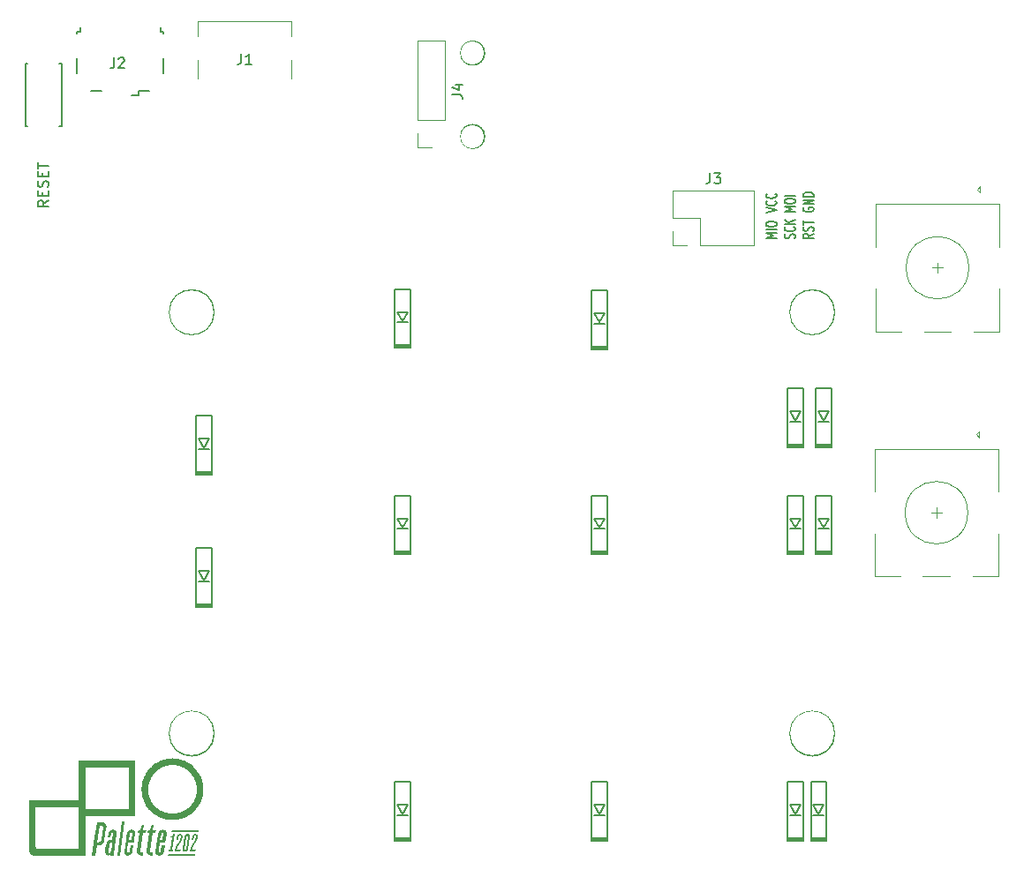
<source format=gto>
G04 #@! TF.GenerationSoftware,KiCad,Pcbnew,(5.1.4-0-10_14)*
G04 #@! TF.CreationDate,2019-11-24T20:28:34+09:00*
G04 #@! TF.ProjectId,palette1202-OB,70616c65-7474-4653-9132-30322d4f422e,rev?*
G04 #@! TF.SameCoordinates,Original*
G04 #@! TF.FileFunction,Legend,Top*
G04 #@! TF.FilePolarity,Positive*
%FSLAX46Y46*%
G04 Gerber Fmt 4.6, Leading zero omitted, Abs format (unit mm)*
G04 Created by KiCad (PCBNEW (5.1.4-0-10_14)) date 2019-11-24 20:28:34*
%MOMM*%
%LPD*%
G04 APERTURE LIST*
%ADD10C,0.100000*%
%ADD11C,0.150000*%
%ADD12C,0.120000*%
%ADD13C,0.400000*%
%ADD14R,1.499000X1.499000*%
%ADD15C,1.499000*%
%ADD16O,1.802000X1.802000*%
%ADD17R,1.802000X1.802000*%
%ADD18R,0.702000X1.262000*%
%ADD19C,0.702000*%
%ADD20R,0.402000X1.262000*%
%ADD21O,1.002000X1.802000*%
%ADD22O,1.002000X2.102000*%
%ADD23O,0.902000X0.902000*%
%ADD24O,1.252000X1.902000*%
%ADD25O,1.552000X2.102000*%
%ADD26R,0.552000X1.402000*%
%ADD27C,3.102000*%
%ADD28C,1.802000*%
%ADD29C,2.002000*%
%ADD30C,4.102000*%
%ADD31C,4.202000*%
%ADD32C,2.202000*%
%ADD33R,2.102000X2.102000*%
%ADD34C,2.102000*%
%ADD35R,2.102000X3.302000*%
G04 APERTURE END LIST*
D10*
G36*
X94280988Y-119804391D02*
G01*
X94307644Y-119805982D01*
X94333540Y-119808642D01*
X94358669Y-119812379D01*
X94383023Y-119817202D01*
X94406594Y-119823117D01*
X94429374Y-119830134D01*
X94451356Y-119838259D01*
X94472532Y-119847500D01*
X94492894Y-119857865D01*
X94512434Y-119869361D01*
X94531145Y-119881998D01*
X94549018Y-119895781D01*
X94566047Y-119910719D01*
X94582223Y-119926820D01*
X94597538Y-119944092D01*
X94612267Y-119962324D01*
X94625702Y-119981304D01*
X94637850Y-120001036D01*
X94648719Y-120021524D01*
X94658316Y-120042771D01*
X94666650Y-120064782D01*
X94673729Y-120087561D01*
X94679559Y-120111110D01*
X94684149Y-120135435D01*
X94687507Y-120160539D01*
X94689640Y-120186425D01*
X94690556Y-120213099D01*
X94690263Y-120240563D01*
X94688768Y-120268822D01*
X94686079Y-120297879D01*
X94682205Y-120327738D01*
X94584309Y-121018300D01*
X94582875Y-121018045D01*
X94512872Y-121513070D01*
X94507941Y-121542930D01*
X94502077Y-121571987D01*
X94495274Y-121600245D01*
X94487530Y-121627709D01*
X94478840Y-121654383D01*
X94469200Y-121680270D01*
X94458607Y-121705373D01*
X94447057Y-121729698D01*
X94434545Y-121753248D01*
X94421069Y-121776026D01*
X94406623Y-121798037D01*
X94391205Y-121819284D01*
X94374810Y-121839772D01*
X94357435Y-121859504D01*
X94339075Y-121878484D01*
X94319726Y-121896716D01*
X94299635Y-121913552D01*
X94279047Y-121929329D01*
X94257963Y-121944045D01*
X94236383Y-121957695D01*
X94214307Y-121970275D01*
X94191734Y-121981781D01*
X94168666Y-121992210D01*
X94145102Y-122001558D01*
X94121041Y-122009820D01*
X94096485Y-122016993D01*
X94071432Y-122023074D01*
X94045883Y-122028057D01*
X94019838Y-122031940D01*
X93993297Y-122034718D01*
X93966260Y-122036388D01*
X93938727Y-122036946D01*
X93756164Y-122036946D01*
X93623873Y-122992091D01*
X93306372Y-122992091D01*
X93484859Y-121719446D01*
X93801143Y-121719446D01*
X93983705Y-121719446D01*
X94005906Y-121718670D01*
X94016542Y-121717698D01*
X94026870Y-121716335D01*
X94036890Y-121714582D01*
X94046602Y-121712435D01*
X94056007Y-121709895D01*
X94065106Y-121706961D01*
X94073898Y-121703632D01*
X94082384Y-121699906D01*
X94090566Y-121695783D01*
X94098442Y-121691262D01*
X94106014Y-121686342D01*
X94113283Y-121681021D01*
X94120248Y-121675299D01*
X94126911Y-121669175D01*
X94133271Y-121662649D01*
X94139329Y-121655718D01*
X94145086Y-121648382D01*
X94150543Y-121640640D01*
X94155698Y-121632491D01*
X94160554Y-121623934D01*
X94165111Y-121614968D01*
X94169368Y-121605593D01*
X94173328Y-121595806D01*
X94176989Y-121585608D01*
X94183419Y-121563972D01*
X94188664Y-121540678D01*
X94192727Y-121515717D01*
X94277393Y-120923050D01*
X94277737Y-120923123D01*
X94362059Y-120330384D01*
X94363353Y-120317927D01*
X94364259Y-120305859D01*
X94364776Y-120294179D01*
X94364901Y-120282888D01*
X94364636Y-120271986D01*
X94363978Y-120261475D01*
X94362926Y-120251354D01*
X94361481Y-120241624D01*
X94359639Y-120232286D01*
X94357402Y-120223339D01*
X94354767Y-120214785D01*
X94351734Y-120206624D01*
X94348302Y-120198856D01*
X94344470Y-120191482D01*
X94340236Y-120184502D01*
X94335601Y-120177918D01*
X94330562Y-120171728D01*
X94325120Y-120165935D01*
X94319272Y-120160537D01*
X94313018Y-120155537D01*
X94306358Y-120150933D01*
X94299289Y-120146728D01*
X94291812Y-120142921D01*
X94283924Y-120139512D01*
X94275626Y-120136502D01*
X94266916Y-120133893D01*
X94257794Y-120131683D01*
X94248257Y-120129874D01*
X94238306Y-120128466D01*
X94227939Y-120127460D01*
X94217156Y-120126856D01*
X94205955Y-120126655D01*
X94023393Y-120126655D01*
X93801143Y-121719446D01*
X93484859Y-121719446D01*
X93753518Y-119803863D01*
X94253580Y-119803863D01*
X94280988Y-119804391D01*
G37*
G36*
X100984579Y-122460279D02*
G01*
X101116870Y-122460279D01*
X101095703Y-122629611D01*
X100661788Y-122632258D01*
X100682956Y-122462925D01*
X100815248Y-122462925D01*
X100992517Y-121240550D01*
X100979288Y-121240550D01*
X100977242Y-121242504D01*
X100975081Y-121244395D01*
X100972811Y-121246224D01*
X100970441Y-121247992D01*
X100967977Y-121249697D01*
X100965428Y-121251340D01*
X100962802Y-121252922D01*
X100960106Y-121254441D01*
X100957347Y-121255898D01*
X100954535Y-121257293D01*
X100951676Y-121258626D01*
X100948778Y-121259898D01*
X100945849Y-121261107D01*
X100942897Y-121262254D01*
X100939929Y-121263339D01*
X100936954Y-121264363D01*
X100930996Y-121266456D01*
X100925006Y-121268704D01*
X100912810Y-121273293D01*
X100906541Y-121275448D01*
X100903351Y-121276449D01*
X100900118Y-121277385D01*
X100896838Y-121278244D01*
X100893508Y-121279013D01*
X100890124Y-121279682D01*
X100886682Y-121280238D01*
X100883147Y-121281200D01*
X100879489Y-121282099D01*
X100875706Y-121282936D01*
X100871799Y-121283711D01*
X100863614Y-121285075D01*
X100854932Y-121286191D01*
X100845755Y-121287059D01*
X100836081Y-121287679D01*
X100825911Y-121288051D01*
X100815246Y-121288175D01*
X100833766Y-121166467D01*
X100844123Y-121166219D01*
X100854360Y-121165475D01*
X100864480Y-121164234D01*
X100874488Y-121162498D01*
X100884387Y-121160266D01*
X100894181Y-121157537D01*
X100903875Y-121154313D01*
X100913472Y-121150592D01*
X100922976Y-121146375D01*
X100932391Y-121141662D01*
X100941720Y-121136453D01*
X100950968Y-121130748D01*
X100960139Y-121124547D01*
X100969236Y-121117849D01*
X100978263Y-121110656D01*
X100987224Y-121102967D01*
X100995936Y-121094874D01*
X101004211Y-121086472D01*
X101012043Y-121077759D01*
X101019430Y-121068736D01*
X101026367Y-121059404D01*
X101032850Y-121049761D01*
X101038876Y-121039808D01*
X101044441Y-121029545D01*
X101049541Y-121018972D01*
X101054172Y-121008089D01*
X101058330Y-120996896D01*
X101062011Y-120985392D01*
X101065212Y-120973579D01*
X101067928Y-120961456D01*
X101070156Y-120949022D01*
X101071891Y-120936279D01*
X101204183Y-120936279D01*
X100984579Y-122460279D01*
G37*
G36*
X99145726Y-120534113D02*
G01*
X99442059Y-120534113D01*
X99402372Y-120830446D01*
X99106038Y-120830446D01*
X98870559Y-122537008D01*
X98867738Y-122556232D01*
X98866224Y-122574216D01*
X98865957Y-122582742D01*
X98866019Y-122590959D01*
X98866409Y-122598865D01*
X98867128Y-122606462D01*
X98868177Y-122613748D01*
X98869555Y-122620725D01*
X98871264Y-122627391D01*
X98873304Y-122633747D01*
X98875675Y-122639793D01*
X98878378Y-122645529D01*
X98881413Y-122650955D01*
X98884781Y-122656071D01*
X98888482Y-122660877D01*
X98892518Y-122665373D01*
X98896887Y-122669558D01*
X98901591Y-122673434D01*
X98906631Y-122677000D01*
X98912006Y-122680255D01*
X98917718Y-122683201D01*
X98923766Y-122685836D01*
X98930151Y-122688162D01*
X98936874Y-122690177D01*
X98943935Y-122691882D01*
X98951335Y-122693278D01*
X98959074Y-122694363D01*
X98967153Y-122695138D01*
X98975571Y-122695603D01*
X98984331Y-122695758D01*
X99143080Y-122695758D01*
X99103392Y-122992091D01*
X98944642Y-122992091D01*
X98919279Y-122991627D01*
X98894780Y-122990236D01*
X98871141Y-122987923D01*
X98848359Y-122984691D01*
X98826429Y-122980545D01*
X98805348Y-122975488D01*
X98785112Y-122969524D01*
X98765717Y-122962656D01*
X98747160Y-122954890D01*
X98729435Y-122946228D01*
X98712540Y-122936675D01*
X98696471Y-122926235D01*
X98681223Y-122914911D01*
X98666793Y-122902707D01*
X98653177Y-122889627D01*
X98640371Y-122875675D01*
X98628496Y-122860855D01*
X98617675Y-122845171D01*
X98607908Y-122828626D01*
X98599195Y-122811224D01*
X98591537Y-122792970D01*
X98584933Y-122773867D01*
X98579383Y-122753920D01*
X98574887Y-122733131D01*
X98571445Y-122711505D01*
X98569057Y-122689046D01*
X98567724Y-122665757D01*
X98567445Y-122641643D01*
X98568220Y-122616707D01*
X98570049Y-122590954D01*
X98572933Y-122564386D01*
X98576870Y-122537008D01*
X98814996Y-120830446D01*
X98627142Y-120830446D01*
X98666830Y-120534113D01*
X98849392Y-120534113D01*
X99037246Y-120034051D01*
X99219808Y-120034051D01*
X99145726Y-120534113D01*
G37*
G36*
X98211747Y-120534113D02*
G01*
X98508080Y-120534113D01*
X98468392Y-120830446D01*
X98172059Y-120830446D01*
X97936581Y-122537008D01*
X97933760Y-122556232D01*
X97932245Y-122574216D01*
X97931979Y-122582742D01*
X97932040Y-122590959D01*
X97932430Y-122598865D01*
X97933149Y-122606462D01*
X97934198Y-122613748D01*
X97935576Y-122620725D01*
X97937285Y-122627391D01*
X97939325Y-122633747D01*
X97941696Y-122639793D01*
X97944399Y-122645529D01*
X97947434Y-122650955D01*
X97950802Y-122656071D01*
X97954503Y-122660877D01*
X97958539Y-122665373D01*
X97962908Y-122669558D01*
X97967612Y-122673434D01*
X97972652Y-122677000D01*
X97978027Y-122680255D01*
X97983739Y-122683201D01*
X97989787Y-122685836D01*
X97996172Y-122688162D01*
X98002895Y-122690177D01*
X98009956Y-122691882D01*
X98017356Y-122693278D01*
X98025095Y-122694363D01*
X98033174Y-122695138D01*
X98041592Y-122695603D01*
X98050352Y-122695758D01*
X98209101Y-122695758D01*
X98169413Y-122992091D01*
X98010663Y-122992091D01*
X97985300Y-122991627D01*
X97960801Y-122990236D01*
X97937162Y-122987923D01*
X97914380Y-122984691D01*
X97892451Y-122980545D01*
X97871370Y-122975488D01*
X97851134Y-122969524D01*
X97831739Y-122962656D01*
X97813182Y-122954890D01*
X97795457Y-122946228D01*
X97778562Y-122936675D01*
X97762493Y-122926235D01*
X97747245Y-122914911D01*
X97732815Y-122902707D01*
X97719199Y-122889627D01*
X97706393Y-122875675D01*
X97694517Y-122860855D01*
X97683696Y-122845171D01*
X97673929Y-122828626D01*
X97665217Y-122811224D01*
X97657558Y-122792970D01*
X97650954Y-122773867D01*
X97645404Y-122753920D01*
X97640908Y-122733131D01*
X97637466Y-122711505D01*
X97635079Y-122689046D01*
X97633745Y-122665757D01*
X97633466Y-122641643D01*
X97634241Y-122616707D01*
X97636071Y-122590954D01*
X97638954Y-122564386D01*
X97642892Y-122537008D01*
X97881017Y-120830446D01*
X97693163Y-120830446D01*
X97732851Y-120534113D01*
X97915413Y-120534113D01*
X98103267Y-120034051D01*
X98285830Y-120034051D01*
X98211747Y-120534113D01*
G37*
G36*
X97132310Y-120529225D02*
G01*
X97155330Y-120530439D01*
X97177505Y-120532466D01*
X97198846Y-120535312D01*
X97219367Y-120538979D01*
X97239077Y-120543472D01*
X97257988Y-120548794D01*
X97276113Y-120554949D01*
X97293463Y-120561942D01*
X97310049Y-120569775D01*
X97325883Y-120578454D01*
X97340977Y-120587981D01*
X97355343Y-120598361D01*
X97368991Y-120609597D01*
X97381934Y-120621694D01*
X97394184Y-120634655D01*
X97405564Y-120647956D01*
X97415893Y-120662059D01*
X97425176Y-120676961D01*
X97433417Y-120692657D01*
X97440619Y-120709144D01*
X97446786Y-120726417D01*
X97451922Y-120744474D01*
X97456031Y-120763309D01*
X97459117Y-120782920D01*
X97461183Y-120803301D01*
X97462234Y-120824451D01*
X97462273Y-120846363D01*
X97461305Y-120869036D01*
X97459333Y-120892464D01*
X97456361Y-120916644D01*
X97452393Y-120941571D01*
X97382566Y-121401910D01*
X97383602Y-121401947D01*
X97325393Y-121793531D01*
X96798871Y-121793531D01*
X96690393Y-122544947D01*
X96689284Y-122554714D01*
X96688439Y-122564170D01*
X96687858Y-122573317D01*
X96687540Y-122582154D01*
X96687486Y-122590680D01*
X96687695Y-122598897D01*
X96688168Y-122606803D01*
X96688904Y-122614400D01*
X96689904Y-122621686D01*
X96691168Y-122628662D01*
X96692695Y-122635329D01*
X96694485Y-122641685D01*
X96696540Y-122647731D01*
X96698857Y-122653467D01*
X96701438Y-122658893D01*
X96704283Y-122664009D01*
X96707392Y-122668815D01*
X96710763Y-122673311D01*
X96714399Y-122677497D01*
X96718298Y-122681372D01*
X96722460Y-122684938D01*
X96726887Y-122688194D01*
X96731576Y-122691139D01*
X96736529Y-122693775D01*
X96741746Y-122696100D01*
X96747227Y-122698115D01*
X96752970Y-122699821D01*
X96758978Y-122701216D01*
X96765249Y-122702301D01*
X96771783Y-122703076D01*
X96778581Y-122703541D01*
X96785643Y-122703696D01*
X96792736Y-122703541D01*
X96799628Y-122703076D01*
X96806320Y-122702301D01*
X96812814Y-122701216D01*
X96819111Y-122699821D01*
X96825210Y-122698116D01*
X96831114Y-122696100D01*
X96836823Y-122693775D01*
X96842339Y-122691139D01*
X96847661Y-122688194D01*
X96852792Y-122684938D01*
X96857731Y-122681373D01*
X96862481Y-122677497D01*
X96867042Y-122673311D01*
X96871415Y-122668815D01*
X96875601Y-122664009D01*
X96879601Y-122658893D01*
X96883416Y-122653467D01*
X96890494Y-122641685D01*
X96896844Y-122628663D01*
X96902473Y-122614400D01*
X96907388Y-122598897D01*
X96911599Y-122582154D01*
X96915111Y-122564171D01*
X96917934Y-122544947D01*
X96994664Y-122021073D01*
X97290997Y-122021073D01*
X97214267Y-122544947D01*
X97209956Y-122572324D01*
X97204955Y-122598892D01*
X97199256Y-122624645D01*
X97192852Y-122649581D01*
X97185735Y-122673695D01*
X97177897Y-122696984D01*
X97169330Y-122719443D01*
X97160027Y-122741069D01*
X97149980Y-122761858D01*
X97139181Y-122781806D01*
X97127622Y-122800909D01*
X97115296Y-122819163D01*
X97102195Y-122836564D01*
X97088311Y-122853109D01*
X97073636Y-122868794D01*
X97058163Y-122883614D01*
X97042040Y-122897566D01*
X97025421Y-122910645D01*
X97008306Y-122922849D01*
X96990694Y-122934173D01*
X96972587Y-122944614D01*
X96953984Y-122954167D01*
X96934884Y-122962828D01*
X96915288Y-122970595D01*
X96895196Y-122977462D01*
X96874608Y-122983426D01*
X96853524Y-122988483D01*
X96831944Y-122992630D01*
X96809868Y-122995861D01*
X96787296Y-122998175D01*
X96764227Y-122999565D01*
X96740663Y-123000030D01*
X96716786Y-122999596D01*
X96693766Y-122998293D01*
X96671591Y-122996123D01*
X96650250Y-122993084D01*
X96629730Y-122989178D01*
X96610020Y-122984403D01*
X96591108Y-122978760D01*
X96572983Y-122972249D01*
X96555633Y-122964869D01*
X96539047Y-122956622D01*
X96523213Y-122947506D01*
X96508119Y-122937522D01*
X96493753Y-122926670D01*
X96480105Y-122914950D01*
X96467162Y-122902361D01*
X96454913Y-122888905D01*
X96443968Y-122874612D01*
X96433958Y-122859516D01*
X96424885Y-122843623D01*
X96416755Y-122826934D01*
X96409570Y-122809455D01*
X96403334Y-122791190D01*
X96398052Y-122772141D01*
X96393727Y-122752314D01*
X96390364Y-122731711D01*
X96387965Y-122710337D01*
X96386536Y-122688195D01*
X96386079Y-122665291D01*
X96386599Y-122641626D01*
X96388100Y-122617206D01*
X96390585Y-122592034D01*
X96394059Y-122566114D01*
X96551432Y-121494551D01*
X96843851Y-121494551D01*
X97071393Y-121494551D01*
X97087268Y-121391363D01*
X97090193Y-121391467D01*
X97158706Y-120960093D01*
X97160505Y-120951318D01*
X97161936Y-120942853D01*
X97163003Y-120934699D01*
X97163709Y-120926854D01*
X97164058Y-120919320D01*
X97164055Y-120912095D01*
X97163703Y-120905181D01*
X97163006Y-120898577D01*
X97161968Y-120892283D01*
X97160593Y-120886299D01*
X97158884Y-120880625D01*
X97156846Y-120875261D01*
X97154482Y-120870207D01*
X97151797Y-120865463D01*
X97148794Y-120861029D01*
X97145477Y-120856905D01*
X97141941Y-120853061D01*
X97138273Y-120849464D01*
X97134466Y-120846115D01*
X97130512Y-120843015D01*
X97126402Y-120840162D01*
X97122130Y-120837558D01*
X97117687Y-120835202D01*
X97113066Y-120833093D01*
X97108259Y-120831233D01*
X97103258Y-120829620D01*
X97098055Y-120828256D01*
X97092643Y-120827140D01*
X97087014Y-120826272D01*
X97081161Y-120825652D01*
X97075074Y-120825279D01*
X97068748Y-120825155D01*
X97061888Y-120825287D01*
X97055198Y-120825683D01*
X97048677Y-120826341D01*
X97042326Y-120827264D01*
X97036143Y-120828450D01*
X97030128Y-120829899D01*
X97024281Y-120831612D01*
X97018601Y-120833589D01*
X97013088Y-120835829D01*
X97007740Y-120838333D01*
X97002559Y-120841100D01*
X96997543Y-120844131D01*
X96992691Y-120847425D01*
X96988004Y-120850983D01*
X96983480Y-120854805D01*
X96979120Y-120858890D01*
X96974922Y-120863238D01*
X96970887Y-120867850D01*
X96967014Y-120872726D01*
X96963302Y-120877865D01*
X96959750Y-120883268D01*
X96956360Y-120888934D01*
X96950057Y-120901058D01*
X96944390Y-120914235D01*
X96939355Y-120928467D01*
X96934947Y-120943753D01*
X96931164Y-120960093D01*
X96843851Y-121494551D01*
X96551432Y-121494551D01*
X96629537Y-120962738D01*
X96634344Y-120936382D01*
X96639836Y-120910886D01*
X96646019Y-120886243D01*
X96652895Y-120862444D01*
X96660469Y-120839483D01*
X96668744Y-120817351D01*
X96677725Y-120796041D01*
X96687415Y-120775545D01*
X96697818Y-120755855D01*
X96708938Y-120736963D01*
X96720779Y-120718862D01*
X96733345Y-120701544D01*
X96746639Y-120685001D01*
X96760666Y-120669226D01*
X96775430Y-120654210D01*
X96790933Y-120639946D01*
X96807056Y-120626490D01*
X96823675Y-120613901D01*
X96840791Y-120602181D01*
X96858402Y-120591329D01*
X96876510Y-120581345D01*
X96895113Y-120572229D01*
X96914213Y-120563982D01*
X96933808Y-120556602D01*
X96953900Y-120550091D01*
X96974488Y-120544448D01*
X96995572Y-120539673D01*
X97017152Y-120535767D01*
X97039228Y-120532728D01*
X97061800Y-120530558D01*
X97084869Y-120529255D01*
X97108433Y-120528821D01*
X97132310Y-120529225D01*
G37*
G36*
X96005122Y-122992092D02*
G01*
X95708788Y-122992092D01*
X96158580Y-119758884D01*
X96454914Y-119758884D01*
X96005122Y-122992092D01*
G37*
G36*
X95338436Y-120526609D02*
G01*
X95361456Y-120527916D01*
X95383631Y-120530099D01*
X95404973Y-120533161D01*
X95425493Y-120537108D01*
X95445203Y-120541941D01*
X95464114Y-120547666D01*
X95482239Y-120554287D01*
X95499589Y-120561806D01*
X95516175Y-120570229D01*
X95532009Y-120579559D01*
X95547104Y-120589799D01*
X95561469Y-120600954D01*
X95575117Y-120613028D01*
X95588060Y-120626024D01*
X95600310Y-120639946D01*
X95611690Y-120654706D01*
X95622019Y-120670218D01*
X95631302Y-120686490D01*
X95639543Y-120703529D01*
X95646744Y-120721343D01*
X95652911Y-120739940D01*
X95658047Y-120759328D01*
X95662156Y-120779514D01*
X95665242Y-120800506D01*
X95667308Y-120822312D01*
X95668359Y-120844940D01*
X95668399Y-120868397D01*
X95667430Y-120892691D01*
X95665458Y-120917831D01*
X95662486Y-120943822D01*
X95658518Y-120970675D01*
X95497122Y-122113675D01*
X95492013Y-122113320D01*
X95367477Y-122989444D01*
X95094957Y-122989444D01*
X95102893Y-122894194D01*
X95079081Y-122894194D01*
X95072011Y-122901015D01*
X95064694Y-122907589D01*
X95057128Y-122913914D01*
X95049315Y-122919991D01*
X95041253Y-122925820D01*
X95032944Y-122931401D01*
X95024386Y-122936734D01*
X95015581Y-122941819D01*
X95006646Y-122947534D01*
X94997680Y-122952816D01*
X94988652Y-122957725D01*
X94979531Y-122962324D01*
X94970286Y-122966675D01*
X94960886Y-122970840D01*
X94951300Y-122974881D01*
X94941497Y-122978860D01*
X94931446Y-122981707D01*
X94921116Y-122984276D01*
X94910476Y-122986534D01*
X94899495Y-122988451D01*
X94888142Y-122989997D01*
X94876385Y-122991139D01*
X94864195Y-122991847D01*
X94851539Y-122992089D01*
X94836781Y-122991625D01*
X94822275Y-122990234D01*
X94808025Y-122987921D01*
X94794034Y-122984689D01*
X94780307Y-122980543D01*
X94766847Y-122975486D01*
X94753658Y-122969522D01*
X94740745Y-122962655D01*
X94728111Y-122954889D01*
X94715759Y-122946227D01*
X94703695Y-122936674D01*
X94691921Y-122926233D01*
X94680441Y-122914909D01*
X94669260Y-122902705D01*
X94658382Y-122889625D01*
X94647809Y-122875674D01*
X94637826Y-122860853D01*
X94628715Y-122845169D01*
X94620480Y-122828624D01*
X94613124Y-122811223D01*
X94606653Y-122792969D01*
X94601068Y-122773866D01*
X94596375Y-122753918D01*
X94592578Y-122733130D01*
X94589679Y-122711504D01*
X94587684Y-122689044D01*
X94586596Y-122665756D01*
X94586418Y-122641642D01*
X94586652Y-122633693D01*
X94894043Y-122633693D01*
X94894191Y-122642774D01*
X94894572Y-122651445D01*
X94895194Y-122659709D01*
X94896063Y-122667569D01*
X94897188Y-122675031D01*
X94898577Y-122682097D01*
X94900237Y-122688772D01*
X94902176Y-122695059D01*
X94904402Y-122700962D01*
X94906923Y-122706485D01*
X94909746Y-122711633D01*
X94912318Y-122716439D01*
X94915069Y-122720935D01*
X94917990Y-122725121D01*
X94921074Y-122728996D01*
X94924312Y-122732562D01*
X94927699Y-122735818D01*
X94931224Y-122738763D01*
X94934882Y-122741399D01*
X94938663Y-122743724D01*
X94942561Y-122745740D01*
X94946567Y-122747445D01*
X94950674Y-122748841D01*
X94954874Y-122749926D01*
X94959159Y-122750701D01*
X94963522Y-122751166D01*
X94967954Y-122751321D01*
X94972388Y-122751229D01*
X94976760Y-122750954D01*
X94981070Y-122750501D01*
X94985318Y-122749874D01*
X94989504Y-122749076D01*
X94993628Y-122748112D01*
X94997689Y-122746984D01*
X95001689Y-122745698D01*
X95005627Y-122744257D01*
X95009503Y-122742665D01*
X95013316Y-122740925D01*
X95017068Y-122739042D01*
X95020758Y-122737019D01*
X95024385Y-122734861D01*
X95027951Y-122732571D01*
X95031454Y-122730153D01*
X95034897Y-122727612D01*
X95038281Y-122724955D01*
X95041611Y-122722189D01*
X95044890Y-122719322D01*
X95048123Y-122716363D01*
X95051314Y-122713318D01*
X95057582Y-122707003D01*
X95063726Y-122700440D01*
X95069778Y-122693691D01*
X95081726Y-122679883D01*
X95086687Y-122671822D01*
X95091648Y-122663512D01*
X95096609Y-122654954D01*
X95101570Y-122646148D01*
X95106531Y-122637095D01*
X95111492Y-122627793D01*
X95116453Y-122618243D01*
X95121414Y-122608445D01*
X95208726Y-121928466D01*
X95214018Y-121928466D01*
X95235184Y-121764425D01*
X95121414Y-121764425D01*
X95114553Y-121764595D01*
X95107863Y-121765105D01*
X95101343Y-121765955D01*
X95094991Y-121767143D01*
X95088809Y-121768668D01*
X95082794Y-121770529D01*
X95076947Y-121772725D01*
X95071267Y-121775256D01*
X95065753Y-121778120D01*
X95060406Y-121781316D01*
X95055225Y-121784844D01*
X95050208Y-121788702D01*
X95045357Y-121792890D01*
X95040670Y-121797406D01*
X95036146Y-121802249D01*
X95031786Y-121807419D01*
X95023553Y-121818735D01*
X95015967Y-121831345D01*
X95009025Y-121845242D01*
X95002723Y-121860418D01*
X94997056Y-121876866D01*
X94992020Y-121894576D01*
X94987613Y-121913543D01*
X94983830Y-121933757D01*
X94896517Y-122581987D01*
X94895619Y-122593181D01*
X94894915Y-122603944D01*
X94894413Y-122614282D01*
X94894119Y-122624196D01*
X94894043Y-122633693D01*
X94586652Y-122633693D01*
X94587155Y-122616706D01*
X94588811Y-122590952D01*
X94591389Y-122564384D01*
X94594893Y-122537007D01*
X94682206Y-121923174D01*
X94687012Y-121895797D01*
X94692500Y-121869229D01*
X94698670Y-121843476D01*
X94705522Y-121818540D01*
X94713057Y-121794426D01*
X94721273Y-121771137D01*
X94730172Y-121748678D01*
X94739753Y-121727052D01*
X94750015Y-121706263D01*
X94760960Y-121686315D01*
X94772588Y-121667212D01*
X94784897Y-121648958D01*
X94797888Y-121631557D01*
X94811562Y-121615012D01*
X94825917Y-121599327D01*
X94840955Y-121584507D01*
X94856612Y-121570555D01*
X94872824Y-121557476D01*
X94889586Y-121545272D01*
X94906894Y-121533948D01*
X94924745Y-121523507D01*
X94943135Y-121513954D01*
X94962060Y-121505293D01*
X94981515Y-121497526D01*
X95001498Y-121490659D01*
X95022004Y-121484695D01*
X95043029Y-121479638D01*
X95064570Y-121475491D01*
X95086622Y-121472260D01*
X95109182Y-121469946D01*
X95132246Y-121468556D01*
X95155810Y-121468091D01*
X95272225Y-121468091D01*
X95359538Y-120954800D01*
X95361337Y-120946025D01*
X95362767Y-120937560D01*
X95363834Y-120929406D01*
X95364540Y-120921561D01*
X95364890Y-120914027D01*
X95364886Y-120906803D01*
X95364534Y-120899888D01*
X95363837Y-120893284D01*
X95362799Y-120886990D01*
X95361424Y-120881006D01*
X95359716Y-120875332D01*
X95357678Y-120869968D01*
X95355314Y-120864914D01*
X95352629Y-120860170D01*
X95349626Y-120855736D01*
X95346309Y-120851612D01*
X95342773Y-120847768D01*
X95339105Y-120844171D01*
X95335298Y-120840823D01*
X95331343Y-120837722D01*
X95327234Y-120834870D01*
X95322961Y-120832265D01*
X95318518Y-120829909D01*
X95313897Y-120827800D01*
X95309090Y-120825940D01*
X95304089Y-120824328D01*
X95298887Y-120822963D01*
X95293475Y-120821847D01*
X95287846Y-120820979D01*
X95281992Y-120820359D01*
X95275906Y-120819987D01*
X95269579Y-120819863D01*
X95265115Y-120819987D01*
X95260655Y-120820359D01*
X95256202Y-120820979D01*
X95251761Y-120821847D01*
X95247336Y-120822963D01*
X95242930Y-120824327D01*
X95238547Y-120825940D01*
X95234192Y-120827800D01*
X95229867Y-120829908D01*
X95225577Y-120832265D01*
X95221326Y-120834869D01*
X95217118Y-120837722D01*
X95212956Y-120840822D01*
X95208844Y-120844171D01*
X95204787Y-120847768D01*
X95200788Y-120851612D01*
X95196882Y-120855736D01*
X95193104Y-120860170D01*
X95189458Y-120864913D01*
X95185947Y-120869967D01*
X95182576Y-120875331D01*
X95179348Y-120881005D01*
X95176267Y-120886989D01*
X95173338Y-120893284D01*
X95170563Y-120899888D01*
X95167948Y-120906802D01*
X95165495Y-120914027D01*
X95163209Y-120921561D01*
X95161094Y-120929406D01*
X95159153Y-120937560D01*
X95157390Y-120946025D01*
X95155810Y-120954800D01*
X95105539Y-121259071D01*
X94809205Y-121259071D01*
X94859476Y-120933634D01*
X94864282Y-120908736D01*
X94869770Y-120884639D01*
X94875940Y-120861342D01*
X94882793Y-120838838D01*
X94890327Y-120817126D01*
X94898543Y-120796200D01*
X94907442Y-120776057D01*
X94917023Y-120756693D01*
X94927286Y-120738104D01*
X94938231Y-120720287D01*
X94949858Y-120703237D01*
X94962167Y-120686950D01*
X94975159Y-120671424D01*
X94988832Y-120656653D01*
X95003188Y-120642633D01*
X95018226Y-120629362D01*
X95033791Y-120616867D01*
X95049733Y-120605178D01*
X95066054Y-120594295D01*
X95082759Y-120584218D01*
X95099852Y-120574947D01*
X95117336Y-120566483D01*
X95135215Y-120558824D01*
X95153494Y-120551972D01*
X95172176Y-120545926D01*
X95191264Y-120540686D01*
X95210764Y-120536252D01*
X95230678Y-120532624D01*
X95251011Y-120529802D01*
X95271766Y-120527787D01*
X95292948Y-120526578D01*
X95314559Y-120526175D01*
X95338436Y-120526609D01*
G37*
G36*
X103498123Y-120727259D02*
G01*
X100929017Y-120727259D01*
X100952831Y-120557925D01*
X103519288Y-120557925D01*
X103498123Y-120727259D01*
G37*
G36*
X103175331Y-123007967D02*
G01*
X100606225Y-123007967D01*
X100630039Y-122841279D01*
X103196496Y-122841279D01*
X103175331Y-123007967D01*
G37*
G36*
X103227037Y-120941850D02*
G01*
X103241269Y-120942692D01*
X103255067Y-120944099D01*
X103268430Y-120946077D01*
X103281360Y-120948628D01*
X103293855Y-120951756D01*
X103305916Y-120955466D01*
X103317543Y-120959761D01*
X103328737Y-120964645D01*
X103339496Y-120970122D01*
X103349821Y-120976196D01*
X103359711Y-120982871D01*
X103369168Y-120990150D01*
X103378191Y-120998038D01*
X103386780Y-121006538D01*
X103394935Y-121015654D01*
X103402532Y-121025266D01*
X103409450Y-121035255D01*
X103415695Y-121045623D01*
X103421268Y-121056375D01*
X103426176Y-121067515D01*
X103430420Y-121079046D01*
X103434006Y-121090972D01*
X103436936Y-121103297D01*
X103439216Y-121116026D01*
X103440848Y-121129161D01*
X103441837Y-121142708D01*
X103442186Y-121156669D01*
X103441900Y-121171049D01*
X103440982Y-121185851D01*
X103439437Y-121201079D01*
X103437267Y-121216738D01*
X103431060Y-121252948D01*
X103424327Y-121288134D01*
X103417036Y-121322266D01*
X103409155Y-121355313D01*
X103400655Y-121387244D01*
X103391503Y-121418028D01*
X103381669Y-121447633D01*
X103371122Y-121476030D01*
X103360078Y-121504431D01*
X103348756Y-121532088D01*
X103337123Y-121559001D01*
X103325150Y-121585170D01*
X103312804Y-121610594D01*
X103300055Y-121635275D01*
X103286873Y-121659211D01*
X103273225Y-121682404D01*
X103259329Y-121705973D01*
X103245402Y-121729078D01*
X103231413Y-121751748D01*
X103217332Y-121774016D01*
X103203126Y-121795911D01*
X103188765Y-121817465D01*
X103174218Y-121838709D01*
X103159454Y-121859675D01*
X103144690Y-121880634D01*
X103130143Y-121901842D01*
X103115782Y-121923298D01*
X103101576Y-121945002D01*
X103073505Y-121989155D01*
X103045682Y-122034299D01*
X103020010Y-122080518D01*
X103007406Y-122104155D01*
X102995081Y-122128226D01*
X102983128Y-122152793D01*
X102971641Y-122177919D01*
X102960711Y-122203664D01*
X102950433Y-122230091D01*
X102939891Y-122257258D01*
X102930093Y-122285199D01*
X102921039Y-122313947D01*
X102912730Y-122343531D01*
X102905164Y-122373984D01*
X102898343Y-122405336D01*
X102892266Y-122437618D01*
X102886934Y-122470862D01*
X103249414Y-122470862D01*
X103228246Y-122640195D01*
X102696433Y-122637550D01*
X102717599Y-122470862D01*
X102723806Y-122433779D01*
X102730539Y-122397936D01*
X102737831Y-122363334D01*
X102745712Y-122329971D01*
X102754213Y-122297849D01*
X102763365Y-122266967D01*
X102773199Y-122237326D01*
X102783746Y-122208925D01*
X102794789Y-122181391D01*
X102806112Y-122154354D01*
X102817744Y-122127813D01*
X102829718Y-122101768D01*
X102842063Y-122076219D01*
X102854812Y-122051166D01*
X102867995Y-122026610D01*
X102881643Y-122002549D01*
X102895538Y-121978980D01*
X102909465Y-121955875D01*
X102923454Y-121933205D01*
X102937536Y-121910938D01*
X102951742Y-121889042D01*
X102966103Y-121867488D01*
X102980650Y-121846244D01*
X102995414Y-121825279D01*
X103010178Y-121804319D01*
X103024724Y-121783111D01*
X103039085Y-121761655D01*
X103053291Y-121739951D01*
X103081362Y-121695798D01*
X103109184Y-121650654D01*
X103134856Y-121604476D01*
X103147460Y-121580937D01*
X103159785Y-121557058D01*
X103171738Y-121532806D01*
X103183226Y-121508151D01*
X103194156Y-121483062D01*
X103204435Y-121457508D01*
X103214977Y-121431102D01*
X103224775Y-121403517D01*
X103233829Y-121374816D01*
X103242138Y-121345061D01*
X103249704Y-121314313D01*
X103256525Y-121282636D01*
X103262602Y-121250090D01*
X103267934Y-121216738D01*
X103269455Y-121203777D01*
X103269869Y-121197621D01*
X103270053Y-121191680D01*
X103270009Y-121185954D01*
X103269737Y-121180443D01*
X103269238Y-121175147D01*
X103268513Y-121170064D01*
X103267564Y-121165194D01*
X103266391Y-121160536D01*
X103264995Y-121156091D01*
X103263377Y-121151858D01*
X103261538Y-121147836D01*
X103259479Y-121144024D01*
X103257201Y-121140423D01*
X103254706Y-121137032D01*
X103251993Y-121133850D01*
X103249064Y-121130876D01*
X103245920Y-121128111D01*
X103242562Y-121125554D01*
X103238990Y-121123205D01*
X103235207Y-121121062D01*
X103231212Y-121119125D01*
X103227007Y-121117395D01*
X103222593Y-121115869D01*
X103217970Y-121114549D01*
X103213140Y-121113433D01*
X103208104Y-121112521D01*
X103202862Y-121111813D01*
X103197416Y-121111308D01*
X103185914Y-121110904D01*
X103180039Y-121111005D01*
X103174318Y-121111308D01*
X103168753Y-121111813D01*
X103163342Y-121112521D01*
X103158087Y-121113433D01*
X103152986Y-121114549D01*
X103148041Y-121115869D01*
X103143251Y-121117395D01*
X103138615Y-121119125D01*
X103134135Y-121121062D01*
X103129809Y-121123205D01*
X103125639Y-121125554D01*
X103121624Y-121128111D01*
X103117764Y-121130876D01*
X103114058Y-121133850D01*
X103110508Y-121137032D01*
X103107113Y-121140423D01*
X103103873Y-121144024D01*
X103100788Y-121147836D01*
X103097858Y-121151858D01*
X103095082Y-121156091D01*
X103092462Y-121160536D01*
X103089997Y-121165194D01*
X103087687Y-121170064D01*
X103085532Y-121175147D01*
X103083532Y-121180443D01*
X103081688Y-121185954D01*
X103079998Y-121191680D01*
X103078463Y-121197621D01*
X103077083Y-121203777D01*
X103074788Y-121216738D01*
X103032455Y-121499842D01*
X102863122Y-121499842D01*
X102905456Y-121214092D01*
X102908185Y-121198433D01*
X102911409Y-121183209D01*
X102915130Y-121168420D01*
X102919347Y-121154064D01*
X102924060Y-121140142D01*
X102929268Y-121126655D01*
X102934974Y-121113601D01*
X102941175Y-121100982D01*
X102947872Y-121088796D01*
X102955065Y-121077045D01*
X102962755Y-121065728D01*
X102970940Y-121054845D01*
X102979622Y-121044396D01*
X102988800Y-121034381D01*
X102998474Y-121024800D01*
X103008644Y-121015654D01*
X103019216Y-121006538D01*
X103030095Y-120998038D01*
X103041275Y-120990150D01*
X103052755Y-120982871D01*
X103064528Y-120976196D01*
X103076593Y-120970122D01*
X103088944Y-120964645D01*
X103101578Y-120959761D01*
X103114491Y-120955466D01*
X103127680Y-120951756D01*
X103141139Y-120948628D01*
X103154866Y-120946077D01*
X103168857Y-120944099D01*
X103183107Y-120942692D01*
X103197613Y-120941850D01*
X103212371Y-120941570D01*
X103227037Y-120941850D01*
G37*
G36*
X102499433Y-120939670D02*
G01*
X102513665Y-120940914D01*
X102527463Y-120942663D01*
X102540826Y-120944919D01*
X102553756Y-120947687D01*
X102566251Y-120950971D01*
X102578312Y-120954774D01*
X102589940Y-120959100D01*
X102601133Y-120963953D01*
X102611892Y-120969337D01*
X102622217Y-120975256D01*
X102632108Y-120981713D01*
X102641564Y-120988713D01*
X102650587Y-120996260D01*
X102659176Y-121004357D01*
X102667331Y-121013008D01*
X102674958Y-121022155D01*
X102681960Y-121031731D01*
X102688335Y-121041734D01*
X102694078Y-121052159D01*
X102699186Y-121063002D01*
X102703654Y-121074261D01*
X102707479Y-121085930D01*
X102710656Y-121098006D01*
X102713183Y-121110485D01*
X102715054Y-121123364D01*
X102716266Y-121136638D01*
X102716816Y-121150303D01*
X102716699Y-121164356D01*
X102715912Y-121178792D01*
X102714450Y-121193608D01*
X102712310Y-121208801D01*
X102606475Y-121917884D01*
X102604487Y-121917729D01*
X102537685Y-122372968D01*
X102534927Y-122388160D01*
X102531618Y-122402976D01*
X102527767Y-122417413D01*
X102523381Y-122431466D01*
X102518468Y-122445131D01*
X102513035Y-122458405D01*
X102507091Y-122471283D01*
X102500643Y-122483762D01*
X102493699Y-122495838D01*
X102486267Y-122507507D01*
X102478354Y-122518766D01*
X102469968Y-122529609D01*
X102461118Y-122540034D01*
X102451809Y-122550037D01*
X102442051Y-122559613D01*
X102431852Y-122568759D01*
X102421279Y-122577410D01*
X102410401Y-122585503D01*
X102399220Y-122593037D01*
X102387741Y-122600013D01*
X102375967Y-122606432D01*
X102363903Y-122612292D01*
X102351551Y-122617594D01*
X102338917Y-122622338D01*
X102326004Y-122626523D01*
X102312816Y-122630151D01*
X102299356Y-122633221D01*
X102285629Y-122635732D01*
X102271638Y-122637686D01*
X102257388Y-122639081D01*
X102242882Y-122639918D01*
X102228124Y-122640197D01*
X102213458Y-122639452D01*
X102199226Y-122638208D01*
X102185428Y-122636459D01*
X102172065Y-122634203D01*
X102159135Y-122631435D01*
X102146640Y-122628152D01*
X102134578Y-122624349D01*
X102122951Y-122620023D01*
X102111758Y-122615170D01*
X102100999Y-122609786D01*
X102090674Y-122603867D01*
X102080783Y-122597410D01*
X102071326Y-122590409D01*
X102062304Y-122582863D01*
X102053715Y-122574766D01*
X102045560Y-122566115D01*
X102037963Y-122556968D01*
X102031044Y-122547392D01*
X102024800Y-122537389D01*
X102019226Y-122526964D01*
X102014318Y-122516121D01*
X102010073Y-122504862D01*
X102006487Y-122493193D01*
X102003557Y-122481117D01*
X102001277Y-122468638D01*
X101999645Y-122455759D01*
X101998656Y-122442485D01*
X101998306Y-122428820D01*
X101998592Y-122414767D01*
X101999511Y-122400331D01*
X101999894Y-122396657D01*
X102168832Y-122396657D01*
X102168932Y-122402238D01*
X102169294Y-122407571D01*
X102169913Y-122412656D01*
X102170780Y-122417493D01*
X102171887Y-122422082D01*
X102173227Y-122426423D01*
X102174791Y-122430515D01*
X102176573Y-122434360D01*
X102178564Y-122437957D01*
X102180757Y-122441305D01*
X102183143Y-122444406D01*
X102186183Y-122447755D01*
X102189355Y-122450860D01*
X102192666Y-122453725D01*
X102196125Y-122456354D01*
X102199738Y-122458750D01*
X102203514Y-122460917D01*
X102207461Y-122462859D01*
X102211586Y-122464581D01*
X102215897Y-122466085D01*
X102220402Y-122467376D01*
X102225108Y-122468458D01*
X102230024Y-122469335D01*
X102235157Y-122470010D01*
X102240514Y-122470487D01*
X102246105Y-122470771D01*
X102251935Y-122470865D01*
X102263561Y-122470461D01*
X102269162Y-122469958D01*
X102274621Y-122469252D01*
X102279937Y-122468345D01*
X102285108Y-122467237D01*
X102290133Y-122465927D01*
X102295013Y-122464415D01*
X102299745Y-122462702D01*
X102304329Y-122460788D01*
X102308763Y-122458671D01*
X102313048Y-122456354D01*
X102317181Y-122453834D01*
X102321162Y-122451114D01*
X102324990Y-122448191D01*
X102328664Y-122445067D01*
X102332183Y-122441742D01*
X102335546Y-122438215D01*
X102338752Y-122434487D01*
X102341800Y-122430557D01*
X102344689Y-122426425D01*
X102347419Y-122422092D01*
X102349987Y-122417558D01*
X102352394Y-122412821D01*
X102354638Y-122407884D01*
X102356718Y-122402744D01*
X102358633Y-122397404D01*
X102360383Y-122391861D01*
X102361966Y-122386118D01*
X102363381Y-122380172D01*
X102365705Y-122367677D01*
X102439788Y-121883489D01*
X102440293Y-121883497D01*
X102540330Y-121211448D01*
X102541206Y-121205100D01*
X102541851Y-121198953D01*
X102542265Y-121193007D01*
X102542449Y-121187263D01*
X102542405Y-121181721D01*
X102542133Y-121176380D01*
X102541634Y-121171241D01*
X102540909Y-121166304D01*
X102539960Y-121161567D01*
X102538787Y-121157033D01*
X102537391Y-121152700D01*
X102535773Y-121148568D01*
X102533934Y-121144638D01*
X102531875Y-121140910D01*
X102529597Y-121137383D01*
X102527102Y-121134057D01*
X102524389Y-121130934D01*
X102521460Y-121128011D01*
X102518316Y-121125290D01*
X102514958Y-121122771D01*
X102511387Y-121120454D01*
X102507603Y-121118337D01*
X102503608Y-121116423D01*
X102499403Y-121114710D01*
X102494989Y-121113198D01*
X102490366Y-121111888D01*
X102485537Y-121110780D01*
X102480500Y-121109873D01*
X102475258Y-121109167D01*
X102469812Y-121108663D01*
X102464163Y-121108361D01*
X102458311Y-121108260D01*
X102452435Y-121108361D01*
X102446714Y-121108663D01*
X102441149Y-121109167D01*
X102435738Y-121109873D01*
X102430483Y-121110780D01*
X102425382Y-121111888D01*
X102420437Y-121113198D01*
X102415647Y-121114710D01*
X102411011Y-121116423D01*
X102406531Y-121118337D01*
X102402206Y-121120454D01*
X102398035Y-121122771D01*
X102394020Y-121125290D01*
X102390160Y-121128011D01*
X102386454Y-121130934D01*
X102382904Y-121134057D01*
X102379509Y-121137383D01*
X102376269Y-121140910D01*
X102373184Y-121144638D01*
X102370254Y-121148568D01*
X102367479Y-121152700D01*
X102364858Y-121157033D01*
X102362393Y-121161567D01*
X102360083Y-121166304D01*
X102357929Y-121171241D01*
X102355929Y-121176380D01*
X102354084Y-121181721D01*
X102352394Y-121187263D01*
X102349479Y-121198953D01*
X102347185Y-121211448D01*
X102172559Y-122365031D01*
X102171225Y-122371853D01*
X102170193Y-122378426D01*
X102169455Y-122384751D01*
X102169004Y-122390828D01*
X102168832Y-122396657D01*
X101999894Y-122396657D01*
X102001057Y-122385515D01*
X102003227Y-122370322D01*
X102177852Y-121206155D01*
X102180581Y-121190963D01*
X102183805Y-121176147D01*
X102187526Y-121161710D01*
X102191743Y-121147657D01*
X102196456Y-121133992D01*
X102201665Y-121120718D01*
X102207370Y-121107840D01*
X102213571Y-121095361D01*
X102220268Y-121083285D01*
X102227461Y-121071615D01*
X102235151Y-121060357D01*
X102243336Y-121049513D01*
X102252018Y-121039088D01*
X102261196Y-121029085D01*
X102270870Y-121019509D01*
X102281040Y-121010363D01*
X102292048Y-121001712D01*
X102303250Y-120993620D01*
X102314653Y-120986085D01*
X102326266Y-120979109D01*
X102338096Y-120972691D01*
X102350150Y-120966831D01*
X102362437Y-120961529D01*
X102374965Y-120956785D01*
X102387740Y-120952599D01*
X102400772Y-120948971D01*
X102414067Y-120945901D01*
X102427633Y-120943390D01*
X102441479Y-120941437D01*
X102455611Y-120940041D01*
X102470038Y-120939204D01*
X102484767Y-120938925D01*
X102499433Y-120939670D01*
G37*
G36*
X101774475Y-120936558D02*
G01*
X101788707Y-120937400D01*
X101802505Y-120938808D01*
X101815868Y-120940785D01*
X101828798Y-120943336D01*
X101841293Y-120946464D01*
X101853355Y-120950174D01*
X101864982Y-120954469D01*
X101876175Y-120959353D01*
X101886934Y-120964830D01*
X101897259Y-120970904D01*
X101907150Y-120977579D01*
X101916607Y-120984858D01*
X101925629Y-120992746D01*
X101934218Y-121001246D01*
X101942373Y-121010362D01*
X101949970Y-121019975D01*
X101956888Y-121029963D01*
X101963132Y-121040332D01*
X101968706Y-121051084D01*
X101973614Y-121062223D01*
X101977858Y-121073754D01*
X101981444Y-121085681D01*
X101984375Y-121098006D01*
X101986654Y-121110735D01*
X101988287Y-121123870D01*
X101989276Y-121137417D01*
X101989625Y-121151378D01*
X101989339Y-121165757D01*
X101988421Y-121180559D01*
X101986875Y-121195787D01*
X101984704Y-121211446D01*
X101978499Y-121247656D01*
X101971766Y-121282842D01*
X101964474Y-121316974D01*
X101956594Y-121350021D01*
X101948093Y-121381952D01*
X101938941Y-121412736D01*
X101929107Y-121442341D01*
X101918559Y-121470738D01*
X101907516Y-121499139D01*
X101896194Y-121526796D01*
X101884561Y-121553709D01*
X101872587Y-121579878D01*
X101860242Y-121605303D01*
X101847493Y-121629983D01*
X101834310Y-121653920D01*
X101820663Y-121677112D01*
X101806767Y-121700682D01*
X101792841Y-121723786D01*
X101778852Y-121746457D01*
X101764770Y-121768724D01*
X101750564Y-121790619D01*
X101736203Y-121812173D01*
X101721656Y-121833417D01*
X101706891Y-121854383D01*
X101692127Y-121875343D01*
X101677580Y-121896550D01*
X101663220Y-121918006D01*
X101649014Y-121939710D01*
X101620944Y-121983863D01*
X101593122Y-122029007D01*
X101579479Y-122051962D01*
X101566332Y-122075227D01*
X101553682Y-122098863D01*
X101541527Y-122122934D01*
X101529869Y-122147501D01*
X101518707Y-122172627D01*
X101508041Y-122198372D01*
X101497871Y-122224799D01*
X101487329Y-122251966D01*
X101477531Y-122279907D01*
X101468477Y-122308655D01*
X101460167Y-122338240D01*
X101452602Y-122368692D01*
X101445781Y-122400045D01*
X101439704Y-122432327D01*
X101434371Y-122465571D01*
X101796852Y-122465571D01*
X101775684Y-122634903D01*
X101243871Y-122632258D01*
X101265039Y-122465571D01*
X101271245Y-122428488D01*
X101277978Y-122392645D01*
X101285269Y-122358042D01*
X101293150Y-122324680D01*
X101301650Y-122292557D01*
X101310802Y-122261676D01*
X101320637Y-122232034D01*
X101331184Y-122203633D01*
X101342227Y-122176099D01*
X101353550Y-122149062D01*
X101365182Y-122122521D01*
X101377156Y-122096476D01*
X101389502Y-122070927D01*
X101402250Y-122045874D01*
X101415433Y-122021318D01*
X101429080Y-121997257D01*
X101442976Y-121973688D01*
X101456903Y-121950583D01*
X101470892Y-121927913D01*
X101484974Y-121905646D01*
X101499180Y-121883750D01*
X101513541Y-121862196D01*
X101528088Y-121840952D01*
X101542852Y-121819988D01*
X101557616Y-121799028D01*
X101572163Y-121777820D01*
X101586524Y-121756364D01*
X101600730Y-121734659D01*
X101628800Y-121690507D01*
X101656623Y-121645362D01*
X101682296Y-121599184D01*
X101694900Y-121575645D01*
X101707225Y-121551766D01*
X101719178Y-121527514D01*
X101730665Y-121502859D01*
X101741594Y-121477770D01*
X101751872Y-121452216D01*
X101762415Y-121425810D01*
X101772212Y-121398225D01*
X101781266Y-121369524D01*
X101789576Y-121339769D01*
X101797141Y-121309022D01*
X101803963Y-121277344D01*
X101810039Y-121244798D01*
X101815372Y-121211446D01*
X101816893Y-121198485D01*
X101817307Y-121192329D01*
X101817491Y-121186388D01*
X101817446Y-121180662D01*
X101817174Y-121175152D01*
X101816676Y-121169855D01*
X101815951Y-121164772D01*
X101815002Y-121159902D01*
X101813828Y-121155244D01*
X101812432Y-121150799D01*
X101810814Y-121146566D01*
X101808976Y-121142544D01*
X101806917Y-121138732D01*
X101804639Y-121135131D01*
X101802143Y-121131740D01*
X101799430Y-121128558D01*
X101796502Y-121125584D01*
X101793358Y-121122820D01*
X101789999Y-121120262D01*
X101786428Y-121117913D01*
X101782645Y-121115770D01*
X101778650Y-121113833D01*
X101774445Y-121112103D01*
X101770031Y-121110577D01*
X101765408Y-121109257D01*
X101760578Y-121108141D01*
X101755542Y-121107229D01*
X101750300Y-121106521D01*
X101744854Y-121106016D01*
X101733352Y-121105612D01*
X101727477Y-121105713D01*
X101721756Y-121106016D01*
X101716190Y-121106521D01*
X101710780Y-121107229D01*
X101705525Y-121108141D01*
X101700424Y-121109257D01*
X101695479Y-121110577D01*
X101690688Y-121112103D01*
X101686053Y-121113833D01*
X101681573Y-121115770D01*
X101677247Y-121117913D01*
X101673077Y-121120262D01*
X101669062Y-121122820D01*
X101665201Y-121125584D01*
X101661496Y-121128558D01*
X101657946Y-121131740D01*
X101654551Y-121135131D01*
X101651311Y-121138732D01*
X101648226Y-121142544D01*
X101645296Y-121146566D01*
X101642521Y-121150799D01*
X101639901Y-121155244D01*
X101637436Y-121159902D01*
X101635126Y-121164772D01*
X101632971Y-121169855D01*
X101630971Y-121175152D01*
X101629126Y-121180662D01*
X101627437Y-121186388D01*
X101625902Y-121192329D01*
X101624522Y-121198485D01*
X101622228Y-121211446D01*
X101579893Y-121494550D01*
X101410560Y-121494550D01*
X101452894Y-121208800D01*
X101455623Y-121193142D01*
X101458847Y-121177918D01*
X101462568Y-121163128D01*
X101466785Y-121148772D01*
X101471498Y-121134851D01*
X101476707Y-121121363D01*
X101482413Y-121108310D01*
X101488614Y-121095690D01*
X101495311Y-121083505D01*
X101502504Y-121071754D01*
X101510194Y-121060437D01*
X101518379Y-121049554D01*
X101527060Y-121039105D01*
X101536238Y-121029090D01*
X101545912Y-121019509D01*
X101556081Y-121010362D01*
X101566654Y-121001246D01*
X101577532Y-120992746D01*
X101588713Y-120984858D01*
X101600193Y-120977579D01*
X101611966Y-120970904D01*
X101624031Y-120964830D01*
X101636382Y-120959353D01*
X101649017Y-120954469D01*
X101661930Y-120950174D01*
X101675118Y-120946464D01*
X101688578Y-120943336D01*
X101702305Y-120940785D01*
X101716295Y-120938808D01*
X101730545Y-120937400D01*
X101745051Y-120936558D01*
X101759809Y-120936279D01*
X101774475Y-120936558D01*
G37*
G36*
X100137977Y-120529225D02*
G01*
X100160997Y-120530439D01*
X100183172Y-120532466D01*
X100204514Y-120535312D01*
X100225034Y-120538979D01*
X100244744Y-120543472D01*
X100263656Y-120548794D01*
X100281781Y-120554949D01*
X100299130Y-120561942D01*
X100315716Y-120569775D01*
X100331551Y-120578454D01*
X100346645Y-120587981D01*
X100361010Y-120598361D01*
X100374658Y-120609597D01*
X100387601Y-120621694D01*
X100399850Y-120634655D01*
X100411230Y-120647956D01*
X100421560Y-120662059D01*
X100430843Y-120676961D01*
X100439084Y-120692657D01*
X100446286Y-120709144D01*
X100452453Y-120726417D01*
X100457589Y-120744474D01*
X100461697Y-120763309D01*
X100464783Y-120782920D01*
X100466850Y-120803301D01*
X100467900Y-120824451D01*
X100467940Y-120846363D01*
X100466971Y-120869036D01*
X100464999Y-120892464D01*
X100462027Y-120916644D01*
X100458059Y-120941571D01*
X100386621Y-121412530D01*
X100385050Y-121412516D01*
X100328412Y-121793531D01*
X99804538Y-121793531D01*
X99696059Y-122544947D01*
X99694950Y-122554714D01*
X99694105Y-122564170D01*
X99693524Y-122573317D01*
X99693206Y-122582154D01*
X99693152Y-122590680D01*
X99693361Y-122598897D01*
X99693834Y-122606803D01*
X99694571Y-122614400D01*
X99695571Y-122621686D01*
X99696834Y-122628662D01*
X99698361Y-122635329D01*
X99700152Y-122641685D01*
X99702206Y-122647731D01*
X99704524Y-122653467D01*
X99707105Y-122658893D01*
X99709950Y-122664009D01*
X99713058Y-122668815D01*
X99716430Y-122673311D01*
X99720065Y-122677497D01*
X99723964Y-122681372D01*
X99728127Y-122684938D01*
X99732553Y-122688194D01*
X99737243Y-122691139D01*
X99742196Y-122693775D01*
X99747412Y-122696100D01*
X99752893Y-122698115D01*
X99758637Y-122699821D01*
X99764644Y-122701216D01*
X99770915Y-122702301D01*
X99777449Y-122703076D01*
X99784247Y-122703541D01*
X99791309Y-122703696D01*
X99798402Y-122703541D01*
X99805294Y-122703076D01*
X99811987Y-122702301D01*
X99818481Y-122701216D01*
X99824777Y-122699821D01*
X99830877Y-122698116D01*
X99836781Y-122696100D01*
X99842490Y-122693775D01*
X99848005Y-122691139D01*
X99853328Y-122688194D01*
X99858458Y-122684938D01*
X99863398Y-122681373D01*
X99868148Y-122677497D01*
X99872709Y-122673311D01*
X99877082Y-122668815D01*
X99881268Y-122664009D01*
X99885268Y-122658893D01*
X99889082Y-122653467D01*
X99896161Y-122641685D01*
X99902510Y-122628663D01*
X99908139Y-122614400D01*
X99913055Y-122598897D01*
X99917265Y-122582154D01*
X99920778Y-122564171D01*
X99923601Y-122544947D01*
X100000329Y-122021073D01*
X100296663Y-122021073D01*
X100219934Y-122544947D01*
X100215623Y-122572324D01*
X100210621Y-122598892D01*
X100204923Y-122624645D01*
X100198519Y-122649581D01*
X100191401Y-122673695D01*
X100183563Y-122696984D01*
X100174997Y-122719443D01*
X100165694Y-122741069D01*
X100155646Y-122761858D01*
X100144847Y-122781806D01*
X100133289Y-122800909D01*
X100120963Y-122819163D01*
X100107861Y-122836564D01*
X100093977Y-122853109D01*
X100079302Y-122868794D01*
X100063829Y-122883614D01*
X100047706Y-122897566D01*
X100031087Y-122910645D01*
X100013972Y-122922849D01*
X99996361Y-122934173D01*
X99978253Y-122944614D01*
X99959650Y-122954167D01*
X99940550Y-122962828D01*
X99920954Y-122970595D01*
X99900863Y-122977462D01*
X99880275Y-122983426D01*
X99859191Y-122988483D01*
X99837611Y-122992630D01*
X99815534Y-122995861D01*
X99792962Y-122998175D01*
X99769894Y-122999565D01*
X99746330Y-123000030D01*
X99722453Y-122999596D01*
X99699433Y-122998293D01*
X99677258Y-122996123D01*
X99655916Y-122993084D01*
X99635396Y-122989178D01*
X99615686Y-122984403D01*
X99596775Y-122978760D01*
X99578650Y-122972249D01*
X99561300Y-122964869D01*
X99544714Y-122956622D01*
X99528880Y-122947506D01*
X99513786Y-122937522D01*
X99499420Y-122926670D01*
X99485772Y-122914950D01*
X99472829Y-122902361D01*
X99460579Y-122888905D01*
X99449635Y-122874612D01*
X99439625Y-122859516D01*
X99430552Y-122843623D01*
X99422421Y-122826934D01*
X99415236Y-122809455D01*
X99409001Y-122791190D01*
X99403719Y-122772141D01*
X99399394Y-122752314D01*
X99396031Y-122731711D01*
X99393632Y-122710337D01*
X99392203Y-122688195D01*
X99391746Y-122665291D01*
X99392266Y-122641626D01*
X99393767Y-122617206D01*
X99396252Y-122592034D01*
X99399725Y-122566114D01*
X99557099Y-121494551D01*
X99846872Y-121494551D01*
X100074413Y-121494551D01*
X100090290Y-121391363D01*
X100093215Y-121391467D01*
X100161725Y-120960093D01*
X100163525Y-120951318D01*
X100164955Y-120942853D01*
X100166022Y-120934699D01*
X100166728Y-120926854D01*
X100167078Y-120919320D01*
X100167075Y-120912095D01*
X100166723Y-120905181D01*
X100166026Y-120898577D01*
X100164988Y-120892283D01*
X100163613Y-120886299D01*
X100161904Y-120880625D01*
X100159866Y-120875261D01*
X100157503Y-120870207D01*
X100154818Y-120865463D01*
X100151815Y-120861029D01*
X100148498Y-120856905D01*
X100144962Y-120853061D01*
X100141294Y-120849464D01*
X100137486Y-120846115D01*
X100133532Y-120843015D01*
X100129422Y-120840162D01*
X100125150Y-120837558D01*
X100120707Y-120835202D01*
X100116086Y-120833093D01*
X100111278Y-120831233D01*
X100106277Y-120829620D01*
X100101075Y-120828256D01*
X100095663Y-120827140D01*
X100090034Y-120826272D01*
X100084180Y-120825652D01*
X100078094Y-120825279D01*
X100071767Y-120825155D01*
X100064907Y-120825287D01*
X100058217Y-120825683D01*
X100051697Y-120826341D01*
X100045346Y-120827264D01*
X100039163Y-120828450D01*
X100033148Y-120829899D01*
X100027301Y-120831612D01*
X100021621Y-120833589D01*
X100016108Y-120835829D01*
X100010761Y-120838333D01*
X100005579Y-120841100D01*
X100000563Y-120844131D01*
X99995712Y-120847425D01*
X99991024Y-120850983D01*
X99986501Y-120854805D01*
X99982140Y-120858890D01*
X99977943Y-120863238D01*
X99973908Y-120867850D01*
X99970034Y-120872726D01*
X99966322Y-120877865D01*
X99962771Y-120883268D01*
X99959380Y-120888934D01*
X99953077Y-120901058D01*
X99947410Y-120914235D01*
X99942375Y-120928467D01*
X99937968Y-120943753D01*
X99934184Y-120960093D01*
X99846872Y-121494551D01*
X99557099Y-121494551D01*
X99635204Y-120962738D01*
X99640010Y-120936382D01*
X99645503Y-120910886D01*
X99651686Y-120886243D01*
X99658562Y-120862444D01*
X99666136Y-120839483D01*
X99674411Y-120817351D01*
X99683392Y-120796041D01*
X99693082Y-120775545D01*
X99703485Y-120755855D01*
X99714605Y-120736963D01*
X99726446Y-120718862D01*
X99739012Y-120701544D01*
X99752306Y-120685001D01*
X99766333Y-120669226D01*
X99781096Y-120654210D01*
X99796600Y-120639946D01*
X99812723Y-120626490D01*
X99829342Y-120613901D01*
X99846457Y-120602181D01*
X99864069Y-120591329D01*
X99882176Y-120581345D01*
X99900780Y-120572229D01*
X99919879Y-120563982D01*
X99939475Y-120556602D01*
X99959567Y-120550091D01*
X99980155Y-120544448D01*
X100001239Y-120539673D01*
X100022819Y-120535767D01*
X100044895Y-120532728D01*
X100067468Y-120530558D01*
X100090536Y-120529255D01*
X100114101Y-120528821D01*
X100137977Y-120529225D01*
G37*
G36*
X101176864Y-113677327D02*
G01*
X101327444Y-113688782D01*
X101475824Y-113707646D01*
X101621818Y-113733732D01*
X101765241Y-113766852D01*
X101905906Y-113806819D01*
X102043629Y-113853447D01*
X102178223Y-113906548D01*
X102309504Y-113965936D01*
X102437286Y-114031423D01*
X102561382Y-114102823D01*
X102681609Y-114179947D01*
X102797779Y-114262611D01*
X102909708Y-114350626D01*
X103017210Y-114443805D01*
X103120099Y-114541962D01*
X103218190Y-114644909D01*
X103311297Y-114752459D01*
X103399235Y-114864426D01*
X103481818Y-114980622D01*
X103558861Y-115100861D01*
X103630178Y-115224955D01*
X103695584Y-115352717D01*
X103754892Y-115483961D01*
X103807918Y-115618499D01*
X103854476Y-115756144D01*
X103894380Y-115896710D01*
X103927445Y-116040010D01*
X103953485Y-116185855D01*
X103972315Y-116334060D01*
X103983749Y-116484437D01*
X103987602Y-116636800D01*
X103983742Y-116789395D01*
X103972286Y-116939976D01*
X103953422Y-117088356D01*
X103927337Y-117234350D01*
X103894217Y-117377773D01*
X103854249Y-117518438D01*
X103807621Y-117656161D01*
X103754520Y-117790755D01*
X103695133Y-117922036D01*
X103629645Y-118049818D01*
X103558246Y-118173914D01*
X103481121Y-118294141D01*
X103398457Y-118410311D01*
X103310443Y-118522240D01*
X103217263Y-118629741D01*
X103119107Y-118732631D01*
X103016160Y-118830722D01*
X102908609Y-118923829D01*
X102796642Y-119011767D01*
X102680446Y-119094350D01*
X102560207Y-119171393D01*
X102436113Y-119242710D01*
X102308351Y-119308115D01*
X102177107Y-119367424D01*
X102042569Y-119420450D01*
X101904924Y-119467008D01*
X101764358Y-119506912D01*
X101621059Y-119539977D01*
X101475213Y-119566017D01*
X101327008Y-119584847D01*
X101176631Y-119596281D01*
X101024269Y-119600133D01*
X101024269Y-118965133D01*
X101143849Y-118962096D01*
X101261887Y-118953083D01*
X101378233Y-118938241D01*
X101492741Y-118917720D01*
X101605263Y-118891666D01*
X101715651Y-118860227D01*
X101823757Y-118823550D01*
X101929433Y-118781785D01*
X102032532Y-118735078D01*
X102132906Y-118683577D01*
X102230407Y-118627430D01*
X102324888Y-118566785D01*
X102416200Y-118501790D01*
X102504195Y-118432591D01*
X102588727Y-118359338D01*
X102669647Y-118282177D01*
X102746808Y-118201257D01*
X102820061Y-118116726D01*
X102889260Y-118028730D01*
X102954255Y-117937418D01*
X103014900Y-117842938D01*
X103071047Y-117745437D01*
X103122548Y-117645063D01*
X103169255Y-117541964D01*
X103211021Y-117436288D01*
X103247697Y-117328182D01*
X103279136Y-117217794D01*
X103305190Y-117105273D01*
X103325712Y-116990765D01*
X103340553Y-116874418D01*
X103349566Y-116756380D01*
X103352603Y-116636800D01*
X103349566Y-116517220D01*
X103340553Y-116399182D01*
X103325712Y-116282836D01*
X103305190Y-116168327D01*
X103279136Y-116055806D01*
X103247697Y-115945418D01*
X103211021Y-115837312D01*
X103169255Y-115731636D01*
X103122548Y-115628537D01*
X103071047Y-115528163D01*
X103014900Y-115430662D01*
X102954255Y-115336182D01*
X102889259Y-115244870D01*
X102820061Y-115156875D01*
X102746807Y-115072343D01*
X102669646Y-114991423D01*
X102588726Y-114914262D01*
X102504194Y-114841009D01*
X102416199Y-114771810D01*
X102324887Y-114706815D01*
X102230406Y-114646170D01*
X102132905Y-114590023D01*
X102032532Y-114538522D01*
X101929433Y-114491815D01*
X101823756Y-114450050D01*
X101715650Y-114413373D01*
X101605263Y-114381934D01*
X101492741Y-114355880D01*
X101378233Y-114335359D01*
X101261886Y-114320517D01*
X101143849Y-114311504D01*
X101024269Y-114308467D01*
X100904688Y-114311504D01*
X100786651Y-114320517D01*
X100670304Y-114335359D01*
X100555796Y-114355880D01*
X100443274Y-114381934D01*
X100332886Y-114413373D01*
X100224781Y-114450050D01*
X100119104Y-114491815D01*
X100016005Y-114538522D01*
X99915632Y-114590023D01*
X99818131Y-114646170D01*
X99723651Y-114706815D01*
X99632339Y-114771810D01*
X99544343Y-114841009D01*
X99459811Y-114914262D01*
X99378891Y-114991423D01*
X99301731Y-115072343D01*
X99228477Y-115156874D01*
X99159279Y-115244870D01*
X99094283Y-115336182D01*
X99033638Y-115430662D01*
X98977491Y-115528163D01*
X98925991Y-115628537D01*
X98879284Y-115731636D01*
X98837518Y-115837312D01*
X98800842Y-115945418D01*
X98769403Y-116055805D01*
X98743349Y-116168327D01*
X98722827Y-116282835D01*
X98707986Y-116399182D01*
X98698973Y-116517220D01*
X98695936Y-116636800D01*
X98060935Y-116636800D01*
X98064795Y-116484205D01*
X98076251Y-116333624D01*
X98095115Y-116185244D01*
X98121200Y-116039250D01*
X98154320Y-115895827D01*
X98194288Y-115755162D01*
X98240916Y-115617439D01*
X98294017Y-115482845D01*
X98353404Y-115351564D01*
X98418892Y-115223782D01*
X98490291Y-115099686D01*
X98567416Y-114979459D01*
X98650079Y-114863289D01*
X98738094Y-114751360D01*
X98831273Y-114643859D01*
X98929430Y-114540969D01*
X99032377Y-114442878D01*
X99139928Y-114349771D01*
X99251894Y-114261833D01*
X99368091Y-114179250D01*
X99488329Y-114102207D01*
X99612423Y-114030890D01*
X99740186Y-113965485D01*
X99871429Y-113906176D01*
X100005967Y-113853150D01*
X100143613Y-113806592D01*
X100284179Y-113766688D01*
X100427478Y-113733623D01*
X100573324Y-113707583D01*
X100721529Y-113688753D01*
X100871906Y-113677319D01*
X101024269Y-113673467D01*
X101176864Y-113677327D01*
G37*
G36*
X92679310Y-119195321D02*
G01*
X92679310Y-123005321D01*
X87781872Y-123005321D01*
X87755740Y-123004659D01*
X87729949Y-123002697D01*
X87704533Y-122999465D01*
X87679522Y-122994996D01*
X87654950Y-122989321D01*
X87630847Y-122982473D01*
X87607246Y-122974484D01*
X87584179Y-122965385D01*
X87561678Y-122955209D01*
X87539775Y-122943987D01*
X87518501Y-122931752D01*
X87497890Y-122918536D01*
X87477972Y-122904369D01*
X87458780Y-122889285D01*
X87440345Y-122873316D01*
X87422701Y-122856493D01*
X87405878Y-122838848D01*
X87389908Y-122820414D01*
X87374824Y-122801222D01*
X87360658Y-122781304D01*
X87347441Y-122760692D01*
X87335206Y-122739419D01*
X87323984Y-122717516D01*
X87313808Y-122695015D01*
X87304709Y-122671948D01*
X87296720Y-122648347D01*
X87289872Y-122624244D01*
X87284197Y-122599672D01*
X87279728Y-122574661D01*
X87276496Y-122549245D01*
X87274534Y-122523454D01*
X87273873Y-122497321D01*
X87273873Y-118335426D01*
X87908873Y-118335426D01*
X87908873Y-122142780D01*
X87909165Y-122154373D01*
X87910033Y-122165828D01*
X87911462Y-122177129D01*
X87913441Y-122188260D01*
X87915954Y-122199207D01*
X87918988Y-122209956D01*
X87922530Y-122220490D01*
X87926567Y-122230795D01*
X87931083Y-122240856D01*
X87936067Y-122250657D01*
X87941505Y-122260185D01*
X87947382Y-122269423D01*
X87953685Y-122278357D01*
X87960402Y-122286972D01*
X87967517Y-122295252D01*
X87975019Y-122303183D01*
X87982892Y-122310750D01*
X87991124Y-122317938D01*
X87999700Y-122324731D01*
X88008608Y-122331115D01*
X88017834Y-122337074D01*
X88027364Y-122342594D01*
X88037185Y-122347659D01*
X88047283Y-122352255D01*
X88057644Y-122356367D01*
X88068256Y-122359979D01*
X88079104Y-122363077D01*
X88090174Y-122365645D01*
X88101454Y-122367668D01*
X88112930Y-122369132D01*
X88124588Y-122370022D01*
X88136414Y-122370321D01*
X92046956Y-122370321D01*
X92046956Y-118335426D01*
X87908873Y-118335426D01*
X87273873Y-118335426D01*
X87273873Y-117700425D01*
X92044310Y-117700425D01*
X92044310Y-114557175D01*
X92676664Y-114557175D01*
X92676664Y-118555029D01*
X96814747Y-118555029D01*
X96814747Y-114557175D01*
X92676664Y-114557175D01*
X92044310Y-114557175D01*
X92044310Y-113924822D01*
X97449747Y-113924822D01*
X97449747Y-119195321D01*
X92679310Y-119195321D01*
G37*
G36*
X101024267Y-114308467D02*
G01*
X100904686Y-114311504D01*
X100786649Y-114320517D01*
X100670302Y-114335359D01*
X100555794Y-114355880D01*
X100443272Y-114381934D01*
X100332885Y-114413373D01*
X100224779Y-114450050D01*
X100119102Y-114491815D01*
X100016004Y-114538522D01*
X99915630Y-114590023D01*
X99818129Y-114646170D01*
X99723649Y-114706815D01*
X99632337Y-114771810D01*
X99544341Y-114841009D01*
X99459809Y-114914262D01*
X99378889Y-114991423D01*
X99301729Y-115072343D01*
X99228475Y-115156875D01*
X99159277Y-115244870D01*
X99094281Y-115336182D01*
X99033636Y-115430662D01*
X98977490Y-115528163D01*
X98925989Y-115628537D01*
X98879282Y-115731636D01*
X98837516Y-115837312D01*
X98800840Y-115945418D01*
X98769401Y-116055806D01*
X98743347Y-116168327D01*
X98722825Y-116282836D01*
X98707984Y-116399182D01*
X98698971Y-116517220D01*
X98695934Y-116636800D01*
X98698971Y-116756380D01*
X98707984Y-116874418D01*
X98722825Y-116990765D01*
X98743347Y-117105273D01*
X98769401Y-117217794D01*
X98800840Y-117328182D01*
X98837516Y-117436288D01*
X98879281Y-117541964D01*
X98925988Y-117645063D01*
X98977489Y-117745437D01*
X99033636Y-117842938D01*
X99094281Y-117937418D01*
X99159277Y-118028730D01*
X99228475Y-118116726D01*
X99301728Y-118201257D01*
X99378889Y-118282177D01*
X99459809Y-118359338D01*
X99544340Y-118432591D01*
X99632336Y-118501790D01*
X99723648Y-118566785D01*
X99818128Y-118627430D01*
X99915629Y-118683577D01*
X100016003Y-118735078D01*
X100119102Y-118781785D01*
X100224778Y-118823550D01*
X100332884Y-118860227D01*
X100443272Y-118891666D01*
X100555793Y-118917720D01*
X100670302Y-118938241D01*
X100786648Y-118953083D01*
X100904686Y-118962096D01*
X101024267Y-118965133D01*
X101143847Y-118962096D01*
X101261885Y-118953083D01*
X101378231Y-118938241D01*
X101492740Y-118917720D01*
X101605261Y-118891666D01*
X101715649Y-118860227D01*
X101823755Y-118823550D01*
X101929431Y-118781785D01*
X102032530Y-118735078D01*
X102132904Y-118683577D01*
X102230405Y-118627430D01*
X102324885Y-118566785D01*
X102416197Y-118501790D01*
X102504193Y-118432591D01*
X102588724Y-118359338D01*
X102669644Y-118282177D01*
X102746805Y-118201257D01*
X102820058Y-118116726D01*
X102889256Y-118028730D01*
X102954252Y-117937418D01*
X103014897Y-117842938D01*
X103071044Y-117745437D01*
X103122545Y-117645063D01*
X103169252Y-117541964D01*
X103211017Y-117436288D01*
X103247693Y-117328182D01*
X103279132Y-117217794D01*
X103305186Y-117105273D01*
X103325708Y-116990765D01*
X103340549Y-116874418D01*
X103349562Y-116756380D01*
X103352600Y-116636800D01*
X103987600Y-116636800D01*
X103983740Y-116789395D01*
X103972284Y-116939976D01*
X103953420Y-117088356D01*
X103927335Y-117234350D01*
X103894215Y-117377773D01*
X103854247Y-117518438D01*
X103807620Y-117656161D01*
X103754518Y-117790755D01*
X103695131Y-117922036D01*
X103629643Y-118049818D01*
X103558244Y-118173914D01*
X103481119Y-118294141D01*
X103398455Y-118410311D01*
X103310441Y-118522240D01*
X103217261Y-118629741D01*
X103119105Y-118732631D01*
X103016158Y-118830722D01*
X102908607Y-118923829D01*
X102796640Y-119011767D01*
X102680444Y-119094350D01*
X102560206Y-119171393D01*
X102436112Y-119242710D01*
X102308349Y-119308115D01*
X102177105Y-119367424D01*
X102042567Y-119420450D01*
X101904922Y-119467008D01*
X101764356Y-119506912D01*
X101621057Y-119539977D01*
X101475211Y-119566017D01*
X101327006Y-119584847D01*
X101176629Y-119596281D01*
X101024267Y-119600133D01*
X100871671Y-119596273D01*
X100721091Y-119584818D01*
X100572710Y-119565954D01*
X100426716Y-119539868D01*
X100283294Y-119506748D01*
X100142628Y-119466781D01*
X100004906Y-119420153D01*
X99870311Y-119367052D01*
X99739030Y-119307664D01*
X99611249Y-119242177D01*
X99487152Y-119170778D01*
X99366926Y-119093653D01*
X99250755Y-119010989D01*
X99138827Y-118922974D01*
X99031325Y-118829795D01*
X98928436Y-118731639D01*
X98830345Y-118628691D01*
X98737238Y-118521141D01*
X98649300Y-118409174D01*
X98566716Y-118292978D01*
X98489673Y-118172739D01*
X98418357Y-118048645D01*
X98352951Y-117920883D01*
X98293643Y-117789639D01*
X98240617Y-117655101D01*
X98194059Y-117517456D01*
X98154155Y-117376890D01*
X98121090Y-117233591D01*
X98095050Y-117087745D01*
X98076220Y-116939540D01*
X98064786Y-116789163D01*
X98060934Y-116636800D01*
X98064794Y-116484205D01*
X98076249Y-116333624D01*
X98095113Y-116185244D01*
X98121199Y-116039250D01*
X98154318Y-115895828D01*
X98194286Y-115755162D01*
X98240914Y-115617440D01*
X98294015Y-115482845D01*
X98353403Y-115351564D01*
X98418890Y-115223783D01*
X98490289Y-115099686D01*
X98567414Y-114979460D01*
X98650077Y-114863290D01*
X98738092Y-114751361D01*
X98831272Y-114643859D01*
X98929428Y-114540970D01*
X99032375Y-114442879D01*
X99139926Y-114349772D01*
X99251892Y-114261834D01*
X99368089Y-114179250D01*
X99488327Y-114102208D01*
X99612421Y-114030891D01*
X99740184Y-113965485D01*
X99871427Y-113906177D01*
X100005966Y-113853151D01*
X100143611Y-113806593D01*
X100284177Y-113766689D01*
X100427476Y-113733624D01*
X100573322Y-113707584D01*
X100721527Y-113688754D01*
X100871904Y-113677320D01*
X101024267Y-113673467D01*
X101024267Y-114308467D01*
G37*
D11*
X160678761Y-63777166D02*
X160726380Y-63677166D01*
X160726380Y-63510500D01*
X160678761Y-63443833D01*
X160631142Y-63410500D01*
X160535904Y-63377166D01*
X160440666Y-63377166D01*
X160345428Y-63410500D01*
X160297809Y-63443833D01*
X160250190Y-63510500D01*
X160202571Y-63643833D01*
X160154952Y-63710500D01*
X160107333Y-63743833D01*
X160012095Y-63777166D01*
X159916857Y-63777166D01*
X159821619Y-63743833D01*
X159774000Y-63710500D01*
X159726380Y-63643833D01*
X159726380Y-63477166D01*
X159774000Y-63377166D01*
X160631142Y-62677166D02*
X160678761Y-62710500D01*
X160726380Y-62810500D01*
X160726380Y-62877166D01*
X160678761Y-62977166D01*
X160583523Y-63043833D01*
X160488285Y-63077166D01*
X160297809Y-63110500D01*
X160154952Y-63110500D01*
X159964476Y-63077166D01*
X159869238Y-63043833D01*
X159774000Y-62977166D01*
X159726380Y-62877166D01*
X159726380Y-62810500D01*
X159774000Y-62710500D01*
X159821619Y-62677166D01*
X160726380Y-62377166D02*
X159726380Y-62377166D01*
X160726380Y-61977166D02*
X160154952Y-62277166D01*
X159726380Y-61977166D02*
X160297809Y-62377166D01*
X162504380Y-63343833D02*
X162028190Y-63577166D01*
X162504380Y-63743833D02*
X161504380Y-63743833D01*
X161504380Y-63477166D01*
X161552000Y-63410500D01*
X161599619Y-63377166D01*
X161694857Y-63343833D01*
X161837714Y-63343833D01*
X161932952Y-63377166D01*
X161980571Y-63410500D01*
X162028190Y-63477166D01*
X162028190Y-63743833D01*
X162456761Y-63077166D02*
X162504380Y-62977166D01*
X162504380Y-62810500D01*
X162456761Y-62743833D01*
X162409142Y-62710500D01*
X162313904Y-62677166D01*
X162218666Y-62677166D01*
X162123428Y-62710500D01*
X162075809Y-62743833D01*
X162028190Y-62810500D01*
X161980571Y-62943833D01*
X161932952Y-63010500D01*
X161885333Y-63043833D01*
X161790095Y-63077166D01*
X161694857Y-63077166D01*
X161599619Y-63043833D01*
X161552000Y-63010500D01*
X161504380Y-62943833D01*
X161504380Y-62777166D01*
X161552000Y-62677166D01*
X161504380Y-62477166D02*
X161504380Y-62077166D01*
X162504380Y-62277166D02*
X161504380Y-62277166D01*
X158948380Y-63743833D02*
X157948380Y-63743833D01*
X158662666Y-63510500D01*
X157948380Y-63277166D01*
X158948380Y-63277166D01*
X158948380Y-62943833D02*
X157948380Y-62943833D01*
X157948380Y-62477166D02*
X157948380Y-62343833D01*
X157996000Y-62277166D01*
X158091238Y-62210500D01*
X158281714Y-62177166D01*
X158615047Y-62177166D01*
X158805523Y-62210500D01*
X158900761Y-62277166D01*
X158948380Y-62343833D01*
X158948380Y-62477166D01*
X158900761Y-62543833D01*
X158805523Y-62610500D01*
X158615047Y-62643833D01*
X158281714Y-62643833D01*
X158091238Y-62610500D01*
X157996000Y-62543833D01*
X157948380Y-62477166D01*
X161552000Y-60837166D02*
X161504380Y-60903833D01*
X161504380Y-61003833D01*
X161552000Y-61103833D01*
X161647238Y-61170500D01*
X161742476Y-61203833D01*
X161932952Y-61237166D01*
X162075809Y-61237166D01*
X162266285Y-61203833D01*
X162361523Y-61170500D01*
X162456761Y-61103833D01*
X162504380Y-61003833D01*
X162504380Y-60937166D01*
X162456761Y-60837166D01*
X162409142Y-60803833D01*
X162075809Y-60803833D01*
X162075809Y-60937166D01*
X162504380Y-60503833D02*
X161504380Y-60503833D01*
X162504380Y-60103833D01*
X161504380Y-60103833D01*
X162504380Y-59770500D02*
X161504380Y-59770500D01*
X161504380Y-59603833D01*
X161552000Y-59503833D01*
X161647238Y-59437166D01*
X161742476Y-59403833D01*
X161932952Y-59370500D01*
X162075809Y-59370500D01*
X162266285Y-59403833D01*
X162361523Y-59437166D01*
X162456761Y-59503833D01*
X162504380Y-59603833D01*
X162504380Y-59770500D01*
X160726380Y-61203833D02*
X159726380Y-61203833D01*
X160440666Y-60970500D01*
X159726380Y-60737166D01*
X160726380Y-60737166D01*
X159726380Y-60270500D02*
X159726380Y-60137166D01*
X159774000Y-60070500D01*
X159869238Y-60003833D01*
X160059714Y-59970500D01*
X160393047Y-59970500D01*
X160583523Y-60003833D01*
X160678761Y-60070500D01*
X160726380Y-60137166D01*
X160726380Y-60270500D01*
X160678761Y-60337166D01*
X160583523Y-60403833D01*
X160393047Y-60437166D01*
X160059714Y-60437166D01*
X159869238Y-60403833D01*
X159774000Y-60337166D01*
X159726380Y-60270500D01*
X160726380Y-59670500D02*
X159726380Y-59670500D01*
X157948380Y-61303833D02*
X158948380Y-61070500D01*
X157948380Y-60837166D01*
X158853142Y-60203833D02*
X158900761Y-60237166D01*
X158948380Y-60337166D01*
X158948380Y-60403833D01*
X158900761Y-60503833D01*
X158805523Y-60570500D01*
X158710285Y-60603833D01*
X158519809Y-60637166D01*
X158376952Y-60637166D01*
X158186476Y-60603833D01*
X158091238Y-60570500D01*
X157996000Y-60503833D01*
X157948380Y-60403833D01*
X157948380Y-60337166D01*
X157996000Y-60237166D01*
X158043619Y-60203833D01*
X158853142Y-59503833D02*
X158900761Y-59537166D01*
X158948380Y-59637166D01*
X158948380Y-59703833D01*
X158900761Y-59803833D01*
X158805523Y-59870500D01*
X158710285Y-59903833D01*
X158519809Y-59937166D01*
X158376952Y-59937166D01*
X158186476Y-59903833D01*
X158091238Y-59870500D01*
X157996000Y-59803833D01*
X157948380Y-59703833D01*
X157948380Y-59637166D01*
X157996000Y-59537166D01*
X158043619Y-59503833D01*
X123100000Y-71750000D02*
X123600000Y-70850000D01*
X123600000Y-70850000D02*
X122600000Y-70850000D01*
X122600000Y-70850000D02*
X123100000Y-71750000D01*
X123600000Y-71850000D02*
X122600000Y-71850000D01*
X123850000Y-68650000D02*
X123850000Y-74300000D01*
X123850000Y-74050000D02*
X122350000Y-74050000D01*
X122350000Y-74300000D02*
X122350000Y-68650000D01*
X122350000Y-68650000D02*
X123850000Y-68650000D01*
X123850000Y-74160000D02*
X122350000Y-74160000D01*
X123840000Y-74300000D02*
X122350000Y-74300000D01*
X163000000Y-119025000D02*
X163500000Y-118125000D01*
X163500000Y-118125000D02*
X162500000Y-118125000D01*
X162500000Y-118125000D02*
X163000000Y-119025000D01*
X163500000Y-119125000D02*
X162500000Y-119125000D01*
X163750000Y-115925000D02*
X163750000Y-121575000D01*
X163750000Y-121325000D02*
X162250000Y-121325000D01*
X162250000Y-121575000D02*
X162250000Y-115925000D01*
X162250000Y-115925000D02*
X163750000Y-115925000D01*
X163750000Y-121435000D02*
X162250000Y-121435000D01*
X163740000Y-121575000D02*
X162250000Y-121575000D01*
X160750000Y-91550000D02*
X161250000Y-90650000D01*
X161250000Y-90650000D02*
X160250000Y-90650000D01*
X160250000Y-90650000D02*
X160750000Y-91550000D01*
X161250000Y-91650000D02*
X160250000Y-91650000D01*
X161500000Y-88450000D02*
X161500000Y-94100000D01*
X161500000Y-93850000D02*
X160000000Y-93850000D01*
X160000000Y-94100000D02*
X160000000Y-88450000D01*
X160000000Y-88450000D02*
X161500000Y-88450000D01*
X161500000Y-93960000D02*
X160000000Y-93960000D01*
X161490000Y-94100000D02*
X160000000Y-94100000D01*
X160750000Y-81250000D02*
X161250000Y-80350000D01*
X161250000Y-80350000D02*
X160250000Y-80350000D01*
X160250000Y-80350000D02*
X160750000Y-81250000D01*
X161250000Y-81350000D02*
X160250000Y-81350000D01*
X161500000Y-78150000D02*
X161500000Y-83800000D01*
X161500000Y-83550000D02*
X160000000Y-83550000D01*
X160000000Y-83800000D02*
X160000000Y-78150000D01*
X160000000Y-78150000D02*
X161500000Y-78150000D01*
X161500000Y-83660000D02*
X160000000Y-83660000D01*
X161490000Y-83800000D02*
X160000000Y-83800000D01*
X160750000Y-119025000D02*
X161250000Y-118125000D01*
X161250000Y-118125000D02*
X160250000Y-118125000D01*
X160250000Y-118125000D02*
X160750000Y-119025000D01*
X161250000Y-119125000D02*
X160250000Y-119125000D01*
X161500000Y-115925000D02*
X161500000Y-121575000D01*
X161500000Y-121325000D02*
X160000000Y-121325000D01*
X160000000Y-121575000D02*
X160000000Y-115925000D01*
X160000000Y-115925000D02*
X161500000Y-115925000D01*
X161500000Y-121435000D02*
X160000000Y-121435000D01*
X161490000Y-121575000D02*
X160000000Y-121575000D01*
X141950000Y-91550000D02*
X142450000Y-90650000D01*
X142450000Y-90650000D02*
X141450000Y-90650000D01*
X141450000Y-90650000D02*
X141950000Y-91550000D01*
X142450000Y-91650000D02*
X141450000Y-91650000D01*
X142700000Y-88450000D02*
X142700000Y-94100000D01*
X142700000Y-93850000D02*
X141200000Y-93850000D01*
X141200000Y-94100000D02*
X141200000Y-88450000D01*
X141200000Y-88450000D02*
X142700000Y-88450000D01*
X142700000Y-93960000D02*
X141200000Y-93960000D01*
X142690000Y-94100000D02*
X141200000Y-94100000D01*
X141950000Y-71850000D02*
X142450000Y-70950000D01*
X142450000Y-70950000D02*
X141450000Y-70950000D01*
X141450000Y-70950000D02*
X141950000Y-71850000D01*
X142450000Y-71950000D02*
X141450000Y-71950000D01*
X142700000Y-68750000D02*
X142700000Y-74400000D01*
X142700000Y-74150000D02*
X141200000Y-74150000D01*
X141200000Y-74400000D02*
X141200000Y-68750000D01*
X141200000Y-68750000D02*
X142700000Y-68750000D01*
X142700000Y-74260000D02*
X141200000Y-74260000D01*
X142690000Y-74400000D02*
X141200000Y-74400000D01*
X163450000Y-91550000D02*
X163950000Y-90650000D01*
X163950000Y-90650000D02*
X162950000Y-90650000D01*
X162950000Y-90650000D02*
X163450000Y-91550000D01*
X163950000Y-91650000D02*
X162950000Y-91650000D01*
X164200000Y-88450000D02*
X164200000Y-94100000D01*
X164200000Y-93850000D02*
X162700000Y-93850000D01*
X162700000Y-94100000D02*
X162700000Y-88450000D01*
X162700000Y-88450000D02*
X164200000Y-88450000D01*
X164200000Y-93960000D02*
X162700000Y-93960000D01*
X164190000Y-94100000D02*
X162700000Y-94100000D01*
X141950000Y-119025000D02*
X142450000Y-118125000D01*
X142450000Y-118125000D02*
X141450000Y-118125000D01*
X141450000Y-118125000D02*
X141950000Y-119025000D01*
X142450000Y-119125000D02*
X141450000Y-119125000D01*
X142700000Y-115925000D02*
X142700000Y-121575000D01*
X142700000Y-121325000D02*
X141200000Y-121325000D01*
X141200000Y-121575000D02*
X141200000Y-115925000D01*
X141200000Y-115925000D02*
X142700000Y-115925000D01*
X142700000Y-121435000D02*
X141200000Y-121435000D01*
X142690000Y-121575000D02*
X141200000Y-121575000D01*
X123100000Y-91550000D02*
X123600000Y-90650000D01*
X123600000Y-90650000D02*
X122600000Y-90650000D01*
X122600000Y-90650000D02*
X123100000Y-91550000D01*
X123600000Y-91650000D02*
X122600000Y-91650000D01*
X123850000Y-88450000D02*
X123850000Y-94100000D01*
X123850000Y-93850000D02*
X122350000Y-93850000D01*
X122350000Y-94100000D02*
X122350000Y-88450000D01*
X122350000Y-88450000D02*
X123850000Y-88450000D01*
X123850000Y-93960000D02*
X122350000Y-93960000D01*
X123840000Y-94100000D02*
X122350000Y-94100000D01*
X163500000Y-81250000D02*
X164000000Y-80350000D01*
X164000000Y-80350000D02*
X163000000Y-80350000D01*
X163000000Y-80350000D02*
X163500000Y-81250000D01*
X164000000Y-81350000D02*
X163000000Y-81350000D01*
X164250000Y-78150000D02*
X164250000Y-83800000D01*
X164250000Y-83550000D02*
X162750000Y-83550000D01*
X162750000Y-83800000D02*
X162750000Y-78150000D01*
X162750000Y-78150000D02*
X164250000Y-78150000D01*
X164250000Y-83660000D02*
X162750000Y-83660000D01*
X164240000Y-83800000D02*
X162750000Y-83800000D01*
X123100000Y-119025000D02*
X123600000Y-118125000D01*
X123600000Y-118125000D02*
X122600000Y-118125000D01*
X122600000Y-118125000D02*
X123100000Y-119025000D01*
X123600000Y-119125000D02*
X122600000Y-119125000D01*
X123850000Y-115925000D02*
X123850000Y-121575000D01*
X123850000Y-121325000D02*
X122350000Y-121325000D01*
X122350000Y-121575000D02*
X122350000Y-115925000D01*
X122350000Y-115925000D02*
X123850000Y-115925000D01*
X123850000Y-121435000D02*
X122350000Y-121435000D01*
X123840000Y-121575000D02*
X122350000Y-121575000D01*
X104050000Y-96625000D02*
X104550000Y-95725000D01*
X104550000Y-95725000D02*
X103550000Y-95725000D01*
X103550000Y-95725000D02*
X104050000Y-96625000D01*
X104550000Y-96725000D02*
X103550000Y-96725000D01*
X104800000Y-93525000D02*
X104800000Y-99175000D01*
X104800000Y-98925000D02*
X103300000Y-98925000D01*
X103300000Y-99175000D02*
X103300000Y-93525000D01*
X103300000Y-93525000D02*
X104800000Y-93525000D01*
X104800000Y-99035000D02*
X103300000Y-99035000D01*
X104790000Y-99175000D02*
X103300000Y-99175000D01*
X104050000Y-83900000D02*
X104550000Y-83000000D01*
X104550000Y-83000000D02*
X103550000Y-83000000D01*
X103550000Y-83000000D02*
X104050000Y-83900000D01*
X104550000Y-84000000D02*
X103550000Y-84000000D01*
X104800000Y-80800000D02*
X104800000Y-86450000D01*
X104800000Y-86200000D02*
X103300000Y-86200000D01*
X103300000Y-86450000D02*
X103300000Y-80800000D01*
X103300000Y-80800000D02*
X104800000Y-80800000D01*
X104800000Y-86310000D02*
X103300000Y-86310000D01*
X104790000Y-86450000D02*
X103300000Y-86450000D01*
D12*
X125857000Y-55038300D02*
X124527000Y-55038300D01*
X124527000Y-55038300D02*
X124527000Y-53708300D01*
X124527000Y-52438300D02*
X124527000Y-44758300D01*
X127187000Y-44758300D02*
X124527000Y-44758300D01*
X127187000Y-52438300D02*
X127187000Y-44758300D01*
X127187000Y-52438300D02*
X124527000Y-52438300D01*
X112420000Y-48422000D02*
X112420000Y-46622000D01*
X112420000Y-42912000D02*
X112420000Y-44372000D01*
X103480000Y-42912000D02*
X103480000Y-44372000D01*
X103480000Y-48422000D02*
X103480000Y-46622000D01*
X103480000Y-42912000D02*
X112420000Y-42912000D01*
D11*
X94212000Y-49644000D02*
X93212000Y-49644000D01*
X97812000Y-49644000D02*
X98812000Y-49644000D01*
X97812000Y-50069000D02*
X97812000Y-49644000D01*
X97087000Y-50069000D02*
X97812000Y-50069000D01*
X91862000Y-46494000D02*
X91862000Y-47894000D01*
X91862000Y-43944000D02*
X91862000Y-44094000D01*
X92162000Y-43944000D02*
X91862000Y-43944000D01*
X92162000Y-43494000D02*
X92162000Y-43944000D01*
X99862000Y-43944000D02*
X99862000Y-43494000D01*
X100162000Y-43944000D02*
X99862000Y-43944000D01*
X100162000Y-44094000D02*
X100162000Y-43944000D01*
X100162000Y-47894000D02*
X100162000Y-46494000D01*
D13*
X104870000Y-111302800D02*
G75*
G03X104870000Y-111302800I-2000000J0D01*
G01*
X130818000Y-54000000D02*
G75*
G03X130818000Y-54000000I-1000000J0D01*
G01*
X130818000Y-46000000D02*
G75*
G03X130818000Y-46000000I-1000000J0D01*
G01*
X164388800Y-111302800D02*
G75*
G03X164388800Y-111302800I-2000000J0D01*
G01*
X164388800Y-70866000D02*
G75*
G03X164388800Y-70866000I-2000000J0D01*
G01*
X104870000Y-70866000D02*
G75*
G03X104870000Y-70866000I-2000000J0D01*
G01*
D11*
X86896000Y-47038000D02*
X87146000Y-47038000D01*
X86896000Y-53038000D02*
X86896000Y-47038000D01*
X86896000Y-53038000D02*
X87146000Y-53038000D01*
X90396000Y-53038000D02*
X90146000Y-53038000D01*
X90396000Y-47038000D02*
X90146000Y-47038000D01*
X90396000Y-53038000D02*
X90396000Y-47038000D01*
D12*
X177400000Y-66600000D02*
G75*
G03X177400000Y-66600000I-3000000J0D01*
G01*
X180300000Y-68600000D02*
X180300000Y-72700000D01*
X168500000Y-72700000D02*
X168500000Y-68600000D01*
X168500000Y-64600000D02*
X168500000Y-60500000D01*
X180300000Y-64600000D02*
X180300000Y-60500000D01*
X180300000Y-60500000D02*
X168500000Y-60500000D01*
X178200000Y-59100000D02*
X178500000Y-58800000D01*
X178500000Y-58800000D02*
X178500000Y-59400000D01*
X178500000Y-59400000D02*
X178200000Y-59100000D01*
X180300000Y-72700000D02*
X177900000Y-72700000D01*
X175700000Y-72700000D02*
X173100000Y-72700000D01*
X170900000Y-72700000D02*
X168500000Y-72700000D01*
X174900000Y-66600000D02*
X173900000Y-66600000D01*
X174400000Y-66100000D02*
X174400000Y-67100000D01*
X174300000Y-89600000D02*
X174300000Y-90600000D01*
X174800000Y-90100000D02*
X173800000Y-90100000D01*
X170800000Y-96200000D02*
X168400000Y-96200000D01*
X175600000Y-96200000D02*
X173000000Y-96200000D01*
X180200000Y-96200000D02*
X177800000Y-96200000D01*
X178400000Y-82900000D02*
X178100000Y-82600000D01*
X178400000Y-82300000D02*
X178400000Y-82900000D01*
X178100000Y-82600000D02*
X178400000Y-82300000D01*
X180200000Y-84000000D02*
X168400000Y-84000000D01*
X180200000Y-88100000D02*
X180200000Y-84000000D01*
X168400000Y-88100000D02*
X168400000Y-84000000D01*
X168400000Y-96200000D02*
X168400000Y-92100000D01*
X180200000Y-92100000D02*
X180200000Y-96200000D01*
X177300000Y-90100000D02*
G75*
G03X177300000Y-90100000I-3000000J0D01*
G01*
X156778000Y-64422000D02*
X156778000Y-59222000D01*
X151638000Y-64422000D02*
X156778000Y-64422000D01*
X149038000Y-59222000D02*
X156778000Y-59222000D01*
X151638000Y-64422000D02*
X151638000Y-61822000D01*
X151638000Y-61822000D02*
X149038000Y-61822000D01*
X149038000Y-61822000D02*
X149038000Y-59222000D01*
X150368000Y-64422000D02*
X149038000Y-64422000D01*
X149038000Y-64422000D02*
X149038000Y-63092000D01*
D11*
X127849380Y-49977633D02*
X128563666Y-49977633D01*
X128706523Y-50025252D01*
X128801761Y-50120490D01*
X128849380Y-50263347D01*
X128849380Y-50358585D01*
X128182714Y-49072871D02*
X128849380Y-49072871D01*
X127801761Y-49310966D02*
X128516047Y-49549061D01*
X128516047Y-48930014D01*
X107616666Y-46061380D02*
X107616666Y-46775666D01*
X107569047Y-46918523D01*
X107473809Y-47013761D01*
X107330952Y-47061380D01*
X107235714Y-47061380D01*
X108616666Y-47061380D02*
X108045238Y-47061380D01*
X108330952Y-47061380D02*
X108330952Y-46061380D01*
X108235714Y-46204238D01*
X108140476Y-46299476D01*
X108045238Y-46347095D01*
X95424666Y-46442380D02*
X95424666Y-47156666D01*
X95377047Y-47299523D01*
X95281809Y-47394761D01*
X95138952Y-47442380D01*
X95043714Y-47442380D01*
X95853238Y-46537619D02*
X95900857Y-46490000D01*
X95996095Y-46442380D01*
X96234190Y-46442380D01*
X96329428Y-46490000D01*
X96377047Y-46537619D01*
X96424666Y-46632857D01*
X96424666Y-46728095D01*
X96377047Y-46870952D01*
X95805619Y-47442380D01*
X96424666Y-47442380D01*
X89098380Y-60126380D02*
X88622190Y-60459714D01*
X89098380Y-60697809D02*
X88098380Y-60697809D01*
X88098380Y-60316857D01*
X88146000Y-60221619D01*
X88193619Y-60174000D01*
X88288857Y-60126380D01*
X88431714Y-60126380D01*
X88526952Y-60174000D01*
X88574571Y-60221619D01*
X88622190Y-60316857D01*
X88622190Y-60697809D01*
X88574571Y-59697809D02*
X88574571Y-59364476D01*
X89098380Y-59221619D02*
X89098380Y-59697809D01*
X88098380Y-59697809D01*
X88098380Y-59221619D01*
X89050761Y-58840666D02*
X89098380Y-58697809D01*
X89098380Y-58459714D01*
X89050761Y-58364476D01*
X89003142Y-58316857D01*
X88907904Y-58269238D01*
X88812666Y-58269238D01*
X88717428Y-58316857D01*
X88669809Y-58364476D01*
X88622190Y-58459714D01*
X88574571Y-58650190D01*
X88526952Y-58745428D01*
X88479333Y-58793047D01*
X88384095Y-58840666D01*
X88288857Y-58840666D01*
X88193619Y-58793047D01*
X88146000Y-58745428D01*
X88098380Y-58650190D01*
X88098380Y-58412095D01*
X88146000Y-58269238D01*
X88574571Y-57840666D02*
X88574571Y-57507333D01*
X89098380Y-57364476D02*
X89098380Y-57840666D01*
X88098380Y-57840666D01*
X88098380Y-57364476D01*
X88098380Y-57078761D02*
X88098380Y-56507333D01*
X89098380Y-56793047D02*
X88098380Y-56793047D01*
X152589166Y-57511380D02*
X152589166Y-58225666D01*
X152541547Y-58368523D01*
X152446309Y-58463761D01*
X152303452Y-58511380D01*
X152208214Y-58511380D01*
X152970119Y-57511380D02*
X153589166Y-57511380D01*
X153255833Y-57892333D01*
X153398690Y-57892333D01*
X153493928Y-57939952D01*
X153541547Y-57987571D01*
X153589166Y-58082809D01*
X153589166Y-58320904D01*
X153541547Y-58416142D01*
X153493928Y-58463761D01*
X153398690Y-58511380D01*
X153112976Y-58511380D01*
X153017738Y-58463761D01*
X152970119Y-58416142D01*
%LPC*%
X87722700Y-110995666D02*
X87856033Y-110995666D01*
X87922700Y-111029000D01*
X87989366Y-111095666D01*
X88022700Y-111229000D01*
X88022700Y-111462333D01*
X87989366Y-111595666D01*
X87922700Y-111662333D01*
X87856033Y-111695666D01*
X87722700Y-111695666D01*
X87656033Y-111662333D01*
X87589366Y-111595666D01*
X87556033Y-111462333D01*
X87556033Y-111229000D01*
X87589366Y-111095666D01*
X87656033Y-111029000D01*
X87722700Y-110995666D01*
X88556033Y-111329000D02*
X88656033Y-111362333D01*
X88689366Y-111395666D01*
X88722700Y-111462333D01*
X88722700Y-111562333D01*
X88689366Y-111629000D01*
X88656033Y-111662333D01*
X88589366Y-111695666D01*
X88322700Y-111695666D01*
X88322700Y-110995666D01*
X88556033Y-110995666D01*
X88622700Y-111029000D01*
X88656033Y-111062333D01*
X88689366Y-111129000D01*
X88689366Y-111195666D01*
X88656033Y-111262333D01*
X88622700Y-111295666D01*
X88556033Y-111329000D01*
X88322700Y-111329000D01*
X89022700Y-111329000D02*
X89256033Y-111329000D01*
X89356033Y-111695666D02*
X89022700Y-111695666D01*
X89022700Y-110995666D01*
X89356033Y-110995666D01*
X90689366Y-110962333D02*
X90089366Y-111862333D01*
X91389366Y-111229000D02*
X91556033Y-111695666D01*
X91722700Y-111229000D01*
X92122700Y-110995666D02*
X92189366Y-110995666D01*
X92256033Y-111029000D01*
X92289366Y-111062333D01*
X92322700Y-111129000D01*
X92356033Y-111262333D01*
X92356033Y-111429000D01*
X92322700Y-111562333D01*
X92289366Y-111629000D01*
X92256033Y-111662333D01*
X92189366Y-111695666D01*
X92122700Y-111695666D01*
X92056033Y-111662333D01*
X92022700Y-111629000D01*
X91989366Y-111562333D01*
X91956033Y-111429000D01*
X91956033Y-111262333D01*
X91989366Y-111129000D01*
X92022700Y-111062333D01*
X92056033Y-111029000D01*
X92122700Y-110995666D01*
X92656033Y-111629000D02*
X92689366Y-111662333D01*
X92656033Y-111695666D01*
X92622700Y-111662333D01*
X92656033Y-111629000D01*
X92656033Y-111695666D01*
X93022700Y-111695666D02*
X93156033Y-111695666D01*
X93222700Y-111662333D01*
X93256033Y-111629000D01*
X93322700Y-111529000D01*
X93356033Y-111395666D01*
X93356033Y-111129000D01*
X93322700Y-111062333D01*
X93289366Y-111029000D01*
X93222700Y-110995666D01*
X93089366Y-110995666D01*
X93022700Y-111029000D01*
X92989366Y-111062333D01*
X92956033Y-111129000D01*
X92956033Y-111295666D01*
X92989366Y-111362333D01*
X93022700Y-111395666D01*
X93089366Y-111429000D01*
X93222700Y-111429000D01*
X93289366Y-111395666D01*
X93322700Y-111362333D01*
X93356033Y-111295666D01*
X93789366Y-110995666D02*
X93856033Y-110995666D01*
X93922700Y-111029000D01*
X93956033Y-111062333D01*
X93989366Y-111129000D01*
X94022700Y-111262333D01*
X94022700Y-111429000D01*
X93989366Y-111562333D01*
X93956033Y-111629000D01*
X93922700Y-111662333D01*
X93856033Y-111695666D01*
X93789366Y-111695666D01*
X93722700Y-111662333D01*
X93689366Y-111629000D01*
X93656033Y-111562333D01*
X93622700Y-111429000D01*
X93622700Y-111262333D01*
X93656033Y-111129000D01*
X93689366Y-111062333D01*
X93722700Y-111029000D01*
X93789366Y-110995666D01*
X94522700Y-111962333D02*
X94489366Y-111929000D01*
X94422700Y-111829000D01*
X94389366Y-111762333D01*
X94356033Y-111662333D01*
X94322700Y-111495666D01*
X94322700Y-111362333D01*
X94356033Y-111195666D01*
X94389366Y-111095666D01*
X94422700Y-111029000D01*
X94489366Y-110929000D01*
X94522700Y-110895666D01*
X95156033Y-111695666D02*
X94756033Y-111695666D01*
X94956033Y-111695666D02*
X94956033Y-110995666D01*
X94889366Y-111095666D01*
X94822700Y-111162333D01*
X94756033Y-111195666D01*
X95489366Y-111695666D02*
X95622700Y-111695666D01*
X95689366Y-111662333D01*
X95722700Y-111629000D01*
X95789366Y-111529000D01*
X95822700Y-111395666D01*
X95822700Y-111129000D01*
X95789366Y-111062333D01*
X95756033Y-111029000D01*
X95689366Y-110995666D01*
X95556033Y-110995666D01*
X95489366Y-111029000D01*
X95456033Y-111062333D01*
X95422700Y-111129000D01*
X95422700Y-111295666D01*
X95456033Y-111362333D01*
X95489366Y-111395666D01*
X95556033Y-111429000D01*
X95689366Y-111429000D01*
X95756033Y-111395666D01*
X95789366Y-111362333D01*
X95822700Y-111295666D01*
X96489366Y-111695666D02*
X96089366Y-111695666D01*
X96289366Y-111695666D02*
X96289366Y-110995666D01*
X96222700Y-111095666D01*
X96156033Y-111162333D01*
X96089366Y-111195666D01*
X97156033Y-111695666D02*
X96756033Y-111695666D01*
X96956033Y-111695666D02*
X96956033Y-110995666D01*
X96889366Y-111095666D01*
X96822700Y-111162333D01*
X96756033Y-111195666D01*
X97422700Y-111062333D02*
X97456033Y-111029000D01*
X97522700Y-110995666D01*
X97689366Y-110995666D01*
X97756033Y-111029000D01*
X97789366Y-111062333D01*
X97822700Y-111129000D01*
X97822700Y-111195666D01*
X97789366Y-111295666D01*
X97389366Y-111695666D01*
X97822700Y-111695666D01*
X98422700Y-111229000D02*
X98422700Y-111695666D01*
X98256033Y-110962333D02*
X98089366Y-111462333D01*
X98522700Y-111462333D01*
X98722700Y-111962333D02*
X98756033Y-111929000D01*
X98822700Y-111829000D01*
X98856033Y-111762333D01*
X98889366Y-111662333D01*
X98922700Y-111495666D01*
X98922700Y-111362333D01*
X98889366Y-111195666D01*
X98856033Y-111095666D01*
X98822700Y-111029000D01*
X98756033Y-110929000D01*
X98722700Y-110895666D01*
D14*
X123100000Y-75160000D03*
D15*
X123100000Y-67540000D03*
D14*
X163000000Y-122435000D03*
D15*
X163000000Y-114815000D03*
D14*
X160750000Y-94960000D03*
D15*
X160750000Y-87340000D03*
D14*
X160750000Y-84660000D03*
D15*
X160750000Y-77040000D03*
D14*
X160750000Y-122435000D03*
D15*
X160750000Y-114815000D03*
D14*
X141950000Y-94960000D03*
D15*
X141950000Y-87340000D03*
D14*
X141950000Y-75260000D03*
D15*
X141950000Y-67640000D03*
D14*
X163450000Y-94960000D03*
D15*
X163450000Y-87340000D03*
D14*
X141950000Y-122435000D03*
D15*
X141950000Y-114815000D03*
D14*
X123100000Y-94960000D03*
D15*
X123100000Y-87340000D03*
D14*
X163500000Y-84660000D03*
D15*
X163500000Y-77040000D03*
D14*
X123100000Y-122435000D03*
D15*
X123100000Y-114815000D03*
D14*
X104050000Y-100035000D03*
D15*
X104050000Y-92415000D03*
D14*
X104050000Y-87310000D03*
D15*
X104050000Y-79690000D03*
D16*
X125857000Y-46088300D03*
X125857000Y-48628300D03*
X125857000Y-51168300D03*
D17*
X125857000Y-53708300D03*
D18*
X104750000Y-50262000D03*
X105550000Y-50262000D03*
X104750000Y-50262000D03*
X105550000Y-50262000D03*
X111150000Y-50262000D03*
X111150000Y-50262000D03*
X110350000Y-50262000D03*
X110350000Y-50262000D03*
D19*
X110840000Y-49202000D03*
X105060000Y-49202000D03*
D20*
X106200000Y-50262000D03*
X107200000Y-50262000D03*
X106700000Y-50262000D03*
X109200000Y-50262000D03*
X109700000Y-50262000D03*
X107700000Y-50262000D03*
X108200000Y-50262000D03*
X108700000Y-50262000D03*
D21*
X103630000Y-45512000D03*
X112270000Y-45512000D03*
D22*
X103630000Y-49682000D03*
X112270000Y-49682000D03*
D23*
X93512000Y-48044000D03*
X98512000Y-48044000D03*
D24*
X92137000Y-45294000D03*
X99887000Y-45294000D03*
D25*
X92287000Y-49094000D03*
X99737000Y-49094000D03*
D26*
X94712000Y-49144000D03*
X95362000Y-49144000D03*
X96012000Y-49144000D03*
X96662000Y-49144000D03*
X97312000Y-49144000D03*
D27*
X171227223Y-109160448D03*
D28*
X169343097Y-111285199D03*
X179156903Y-113914801D03*
D29*
X179562592Y-114023505D03*
X168937408Y-111176495D03*
D30*
X174250000Y-112600000D03*
D27*
X178018252Y-108350497D03*
X172722968Y-118298962D03*
X168462740Y-114879830D03*
X148940000Y-112160000D03*
D28*
X147670000Y-114700000D03*
X157830000Y-114700000D03*
D29*
X158250000Y-114700000D03*
X147250000Y-114700000D03*
D30*
X152750000Y-114700000D03*
D27*
X155290000Y-109620000D03*
X152750000Y-120600000D03*
X147750000Y-118400000D03*
X148940000Y-93010000D03*
D28*
X147670000Y-95550000D03*
X157830000Y-95550000D03*
D29*
X158250000Y-95550000D03*
X147250000Y-95550000D03*
D30*
X152750000Y-95550000D03*
D27*
X155290000Y-90470000D03*
X152750000Y-101450000D03*
X147750000Y-99250000D03*
X148940000Y-74010000D03*
D28*
X147670000Y-76550000D03*
X157830000Y-76550000D03*
D29*
X158250000Y-76550000D03*
X147250000Y-76550000D03*
D30*
X152750000Y-76550000D03*
D27*
X155290000Y-71470000D03*
X152750000Y-82450000D03*
X147750000Y-80250000D03*
X129940000Y-112160000D03*
D28*
X128670000Y-114700000D03*
X138830000Y-114700000D03*
D29*
X139250000Y-114700000D03*
X128250000Y-114700000D03*
D30*
X133750000Y-114700000D03*
D27*
X136290000Y-109620000D03*
X133750000Y-120600000D03*
X128750000Y-118400000D03*
X129940000Y-83510000D03*
D28*
X128670000Y-86050000D03*
X138830000Y-86050000D03*
D29*
X139250000Y-86050000D03*
X128250000Y-86050000D03*
D30*
X133750000Y-86050000D03*
D27*
X136290000Y-80970000D03*
X133750000Y-91950000D03*
X128750000Y-89750000D03*
X129890000Y-64510000D03*
D28*
X128620000Y-67050000D03*
X138780000Y-67050000D03*
D29*
X139200000Y-67050000D03*
X128200000Y-67050000D03*
D30*
X133700000Y-67050000D03*
D27*
X136240000Y-61970000D03*
X133700000Y-72950000D03*
X128700000Y-70750000D03*
X110890000Y-112160000D03*
D28*
X109620000Y-114700000D03*
X119780000Y-114700000D03*
D29*
X120200000Y-114700000D03*
X109200000Y-114700000D03*
D30*
X114700000Y-114700000D03*
D27*
X117240000Y-109620000D03*
X114700000Y-120600000D03*
X109700000Y-118400000D03*
X110940000Y-88460000D03*
D28*
X109670000Y-91000000D03*
X119830000Y-91000000D03*
D29*
X120250000Y-91000000D03*
X109250000Y-91000000D03*
D30*
X114750000Y-91000000D03*
D27*
X117290000Y-85920000D03*
X114750000Y-96900000D03*
X109750000Y-94700000D03*
X110990000Y-69560000D03*
D28*
X109720000Y-72100000D03*
X119880000Y-72100000D03*
D29*
X120300000Y-72100000D03*
X109300000Y-72100000D03*
D30*
X114800000Y-72100000D03*
D27*
X117340000Y-67020000D03*
X114800000Y-78000000D03*
X109800000Y-75800000D03*
X91750000Y-98140000D03*
D28*
X90480000Y-100680000D03*
X100640000Y-100680000D03*
D29*
X101060000Y-100680000D03*
X90060000Y-100680000D03*
D30*
X95560000Y-100680000D03*
D27*
X98100000Y-95600000D03*
X95560000Y-106580000D03*
X90560000Y-104380000D03*
X91790000Y-79060000D03*
D28*
X90520000Y-81600000D03*
X100680000Y-81600000D03*
D29*
X101100000Y-81600000D03*
X90100000Y-81600000D03*
D30*
X95600000Y-81600000D03*
D27*
X98140000Y-76520000D03*
X95600000Y-87500000D03*
X90600000Y-85300000D03*
D31*
X102870000Y-111302800D03*
D32*
X129818000Y-54000000D03*
X129818000Y-46000000D03*
D31*
X162388800Y-111302800D03*
X162388800Y-70866000D03*
X102870000Y-70866000D03*
D33*
X176900000Y-59100000D03*
D34*
X174400000Y-59100000D03*
X171900000Y-59100000D03*
D35*
X180000000Y-66600000D03*
X168800000Y-66600000D03*
D34*
X176900000Y-73600000D03*
X171900000Y-73600000D03*
X171800000Y-97100000D03*
X176800000Y-97100000D03*
D35*
X168700000Y-90100000D03*
X179900000Y-90100000D03*
D34*
X171800000Y-82600000D03*
X174300000Y-82600000D03*
D33*
X176800000Y-82600000D03*
D17*
X150368000Y-63092000D03*
D16*
X150368000Y-60552000D03*
X152908000Y-63092000D03*
X152908000Y-60552000D03*
X155448000Y-63092000D03*
X155448000Y-60552000D03*
M02*

</source>
